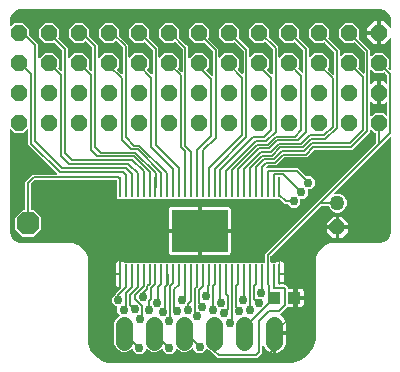
<source format=gbr>
G04 EAGLE Gerber RS-274X export*
G75*
%MOMM*%
%FSLAX34Y34*%
%LPD*%
%INTop Copper*%
%IPPOS*%
%AMOC8*
5,1,8,0,0,1.08239X$1,22.5*%
G01*
%ADD10R,0.252475X1.655431*%
%ADD11R,4.700000X3.610000*%
%ADD12P,1.539592X8X22.500000*%
%ADD13C,1.422400*%
%ADD14R,1.100000X1.000000*%
%ADD15P,1.374635X8X292.500000*%
%ADD16C,1.270000*%
%ADD17P,2.089446X8X22.500000*%
%ADD18C,0.152400*%
%ADD19C,0.756400*%

G36*
X165122Y2290D02*
X165122Y2290D01*
X165160Y2289D01*
X168656Y2564D01*
X168662Y2566D01*
X168668Y2565D01*
X168832Y2599D01*
X175483Y4760D01*
X175515Y4777D01*
X175549Y4785D01*
X175695Y4868D01*
X181353Y8979D01*
X181378Y9004D01*
X181408Y9023D01*
X181521Y9147D01*
X185632Y14805D01*
X185648Y14837D01*
X185671Y14864D01*
X185740Y15017D01*
X187901Y21668D01*
X187902Y21674D01*
X187904Y21679D01*
X187936Y21844D01*
X188211Y25340D01*
X188209Y25362D01*
X188213Y25400D01*
X188213Y91881D01*
X190495Y97389D01*
X194711Y101605D01*
X200219Y103887D01*
X241300Y103887D01*
X241326Y103891D01*
X241375Y103890D01*
X243258Y104076D01*
X243285Y104083D01*
X243313Y104083D01*
X243474Y104130D01*
X246954Y105571D01*
X247009Y105606D01*
X247070Y105632D01*
X247135Y105684D01*
X247163Y105701D01*
X247175Y105716D01*
X247201Y105736D01*
X249864Y108399D01*
X249902Y108452D01*
X249948Y108499D01*
X249988Y108572D01*
X250007Y108599D01*
X250013Y108618D01*
X250029Y108646D01*
X251470Y112126D01*
X251476Y112153D01*
X251489Y112178D01*
X251524Y112342D01*
X251710Y114225D01*
X251708Y114252D01*
X251713Y114300D01*
X251713Y193048D01*
X251702Y193118D01*
X251700Y193190D01*
X251682Y193239D01*
X251674Y193290D01*
X251640Y193354D01*
X251615Y193421D01*
X251583Y193462D01*
X251558Y193508D01*
X251506Y193557D01*
X251462Y193613D01*
X251418Y193641D01*
X251380Y193677D01*
X251315Y193707D01*
X251255Y193746D01*
X251204Y193759D01*
X251157Y193781D01*
X251086Y193789D01*
X251016Y193806D01*
X250964Y193802D01*
X250913Y193808D01*
X250842Y193793D01*
X250771Y193787D01*
X250723Y193767D01*
X250672Y193756D01*
X250611Y193719D01*
X250545Y193691D01*
X250489Y193646D01*
X250461Y193629D01*
X250446Y193612D01*
X250414Y193586D01*
X242024Y185196D01*
X203443Y146615D01*
X203386Y146536D01*
X203324Y146461D01*
X203314Y146436D01*
X203299Y146415D01*
X203271Y146322D01*
X203236Y146231D01*
X203234Y146205D01*
X203227Y146180D01*
X203229Y146083D01*
X203225Y145985D01*
X203232Y145960D01*
X203233Y145934D01*
X203267Y145843D01*
X203294Y145749D01*
X203309Y145728D01*
X203318Y145703D01*
X203379Y145627D01*
X203434Y145547D01*
X203455Y145531D01*
X203471Y145511D01*
X203553Y145458D01*
X203631Y145400D01*
X203656Y145392D01*
X203678Y145378D01*
X203773Y145354D01*
X203865Y145324D01*
X203891Y145324D01*
X203917Y145318D01*
X204014Y145326D01*
X204111Y145326D01*
X204143Y145336D01*
X204162Y145337D01*
X204192Y145350D01*
X204272Y145373D01*
X204682Y145543D01*
X207814Y145543D01*
X210709Y144344D01*
X212924Y142129D01*
X214123Y139234D01*
X214123Y136102D01*
X212924Y133207D01*
X210709Y130992D01*
X207814Y129793D01*
X204682Y129793D01*
X201787Y130992D01*
X199572Y133207D01*
X198866Y134911D01*
X198805Y135011D01*
X198745Y135111D01*
X198740Y135115D01*
X198737Y135120D01*
X198647Y135195D01*
X198558Y135271D01*
X198552Y135273D01*
X198547Y135277D01*
X198439Y135319D01*
X198330Y135363D01*
X198322Y135364D01*
X198318Y135365D01*
X198299Y135366D01*
X198163Y135381D01*
X192525Y135381D01*
X192434Y135367D01*
X192344Y135359D01*
X192314Y135347D01*
X192282Y135342D01*
X192201Y135299D01*
X192117Y135263D01*
X192085Y135237D01*
X192064Y135226D01*
X192042Y135203D01*
X191986Y135158D01*
X149672Y92844D01*
X149619Y92770D01*
X149559Y92700D01*
X149547Y92670D01*
X149528Y92644D01*
X149501Y92557D01*
X149467Y92472D01*
X149463Y92431D01*
X149456Y92409D01*
X149457Y92377D01*
X149449Y92305D01*
X149449Y88109D01*
X149452Y88090D01*
X149450Y88070D01*
X149472Y87969D01*
X149488Y87867D01*
X149498Y87849D01*
X149502Y87829D01*
X149555Y87740D01*
X149604Y87649D01*
X149618Y87635D01*
X149628Y87618D01*
X149707Y87551D01*
X149782Y87480D01*
X149800Y87471D01*
X149815Y87458D01*
X149911Y87420D01*
X150005Y87376D01*
X150025Y87374D01*
X150043Y87367D01*
X150210Y87348D01*
X153516Y87348D01*
X153606Y87363D01*
X153697Y87370D01*
X153727Y87383D01*
X153759Y87388D01*
X153839Y87431D01*
X153923Y87466D01*
X153955Y87492D01*
X153976Y87503D01*
X153998Y87526D01*
X154054Y87571D01*
X154340Y87856D01*
X154919Y88191D01*
X155565Y88364D01*
X156401Y88364D01*
X156401Y77546D01*
X156401Y68910D01*
X156404Y68890D01*
X156402Y68871D01*
X156424Y68769D01*
X156440Y68667D01*
X156450Y68650D01*
X156454Y68630D01*
X156507Y68541D01*
X156555Y68450D01*
X156570Y68436D01*
X156580Y68419D01*
X156659Y68352D01*
X156734Y68281D01*
X156752Y68272D01*
X156767Y68259D01*
X156863Y68221D01*
X156957Y68177D01*
X156977Y68175D01*
X156995Y68167D01*
X157162Y68149D01*
X157182Y68152D01*
X157201Y68150D01*
X157202Y68150D01*
X157303Y68172D01*
X157405Y68189D01*
X157422Y68198D01*
X157442Y68202D01*
X157531Y68255D01*
X157622Y68304D01*
X157636Y68318D01*
X157653Y68328D01*
X157720Y68407D01*
X157792Y68482D01*
X157800Y68500D01*
X157813Y68515D01*
X157852Y68611D01*
X157895Y68705D01*
X157897Y68725D01*
X157905Y68743D01*
X157923Y68910D01*
X157923Y76785D01*
X160965Y76785D01*
X160965Y68910D01*
X160968Y68890D01*
X160966Y68871D01*
X160988Y68769D01*
X161005Y68667D01*
X161014Y68650D01*
X161018Y68630D01*
X161072Y68541D01*
X161120Y68450D01*
X161134Y68436D01*
X161145Y68419D01*
X161223Y68352D01*
X161298Y68281D01*
X161316Y68272D01*
X161331Y68259D01*
X161428Y68221D01*
X161521Y68177D01*
X161541Y68175D01*
X161560Y68167D01*
X161726Y68149D01*
X162415Y68149D01*
X164085Y66479D01*
X164085Y65960D01*
X164088Y65940D01*
X164086Y65921D01*
X164108Y65819D01*
X164124Y65717D01*
X164134Y65700D01*
X164138Y65680D01*
X164191Y65591D01*
X164240Y65500D01*
X164254Y65486D01*
X164264Y65469D01*
X164343Y65402D01*
X164418Y65330D01*
X164436Y65322D01*
X164451Y65309D01*
X164547Y65270D01*
X164641Y65227D01*
X164661Y65225D01*
X164679Y65217D01*
X164846Y65199D01*
X168267Y65199D01*
X168267Y58420D01*
X168270Y58400D01*
X168268Y58381D01*
X168290Y58279D01*
X168307Y58177D01*
X168316Y58160D01*
X168320Y58140D01*
X168373Y58051D01*
X168422Y57960D01*
X168436Y57946D01*
X168446Y57929D01*
X168525Y57862D01*
X168600Y57791D01*
X168618Y57782D01*
X168633Y57769D01*
X168729Y57730D01*
X168823Y57687D01*
X168843Y57685D01*
X168861Y57677D01*
X169028Y57659D01*
X169791Y57659D01*
X169791Y57657D01*
X169028Y57657D01*
X169008Y57654D01*
X168989Y57656D01*
X168887Y57634D01*
X168785Y57617D01*
X168768Y57608D01*
X168748Y57604D01*
X168659Y57551D01*
X168568Y57502D01*
X168554Y57488D01*
X168537Y57478D01*
X168470Y57399D01*
X168399Y57324D01*
X168390Y57306D01*
X168377Y57291D01*
X168338Y57195D01*
X168295Y57101D01*
X168293Y57081D01*
X168285Y57063D01*
X168267Y56896D01*
X168267Y50117D01*
X164156Y50117D01*
X164066Y50103D01*
X163975Y50095D01*
X163946Y50083D01*
X163914Y50078D01*
X163833Y50035D01*
X163749Y49999D01*
X163717Y49973D01*
X163696Y49962D01*
X163674Y49939D01*
X163618Y49894D01*
X159482Y45758D01*
X157908Y44185D01*
X157862Y44120D01*
X157808Y44061D01*
X157791Y44021D01*
X157765Y43985D01*
X157741Y43909D01*
X157709Y43836D01*
X157706Y43792D01*
X157693Y43750D01*
X157695Y43670D01*
X157687Y43591D01*
X157698Y43548D01*
X157699Y43504D01*
X157726Y43429D01*
X157745Y43352D01*
X157768Y43314D01*
X157783Y43273D01*
X157833Y43211D01*
X157875Y43143D01*
X157919Y43104D01*
X157937Y43081D01*
X157960Y43066D01*
X157999Y43030D01*
X159196Y42161D01*
X160271Y41086D01*
X161164Y39857D01*
X161854Y38503D01*
X162323Y37058D01*
X162561Y35558D01*
X162561Y29209D01*
X153670Y29209D01*
X153650Y29206D01*
X153631Y29208D01*
X153529Y29186D01*
X153427Y29169D01*
X153410Y29160D01*
X153390Y29156D01*
X153301Y29103D01*
X153210Y29054D01*
X153196Y29040D01*
X153179Y29030D01*
X153112Y28951D01*
X153041Y28876D01*
X153032Y28858D01*
X153019Y28843D01*
X152981Y28747D01*
X152937Y28653D01*
X152935Y28633D01*
X152927Y28615D01*
X152909Y28448D01*
X152909Y27685D01*
X152146Y27685D01*
X152126Y27682D01*
X152107Y27684D01*
X152005Y27662D01*
X151903Y27645D01*
X151886Y27636D01*
X151866Y27632D01*
X151777Y27579D01*
X151686Y27530D01*
X151672Y27516D01*
X151655Y27506D01*
X151588Y27427D01*
X151517Y27352D01*
X151508Y27334D01*
X151495Y27319D01*
X151456Y27223D01*
X151413Y27129D01*
X151411Y27109D01*
X151403Y27091D01*
X151385Y26924D01*
X151385Y11042D01*
X150648Y11159D01*
X149203Y11628D01*
X147849Y12318D01*
X146620Y13211D01*
X145545Y14286D01*
X144652Y15515D01*
X143935Y16922D01*
X143901Y16969D01*
X143870Y17029D01*
X143866Y17034D01*
X143862Y17040D01*
X143817Y17082D01*
X143790Y17120D01*
X143747Y17150D01*
X143695Y17201D01*
X143689Y17204D01*
X143684Y17209D01*
X143623Y17237D01*
X143588Y17262D01*
X143544Y17275D01*
X143474Y17309D01*
X143467Y17310D01*
X143461Y17313D01*
X143390Y17321D01*
X143353Y17332D01*
X143310Y17330D01*
X143230Y17340D01*
X143223Y17339D01*
X143217Y17340D01*
X143144Y17324D01*
X143107Y17323D01*
X143069Y17308D01*
X142989Y17292D01*
X142983Y17289D01*
X142976Y17288D01*
X142912Y17249D01*
X142877Y17236D01*
X142845Y17210D01*
X142775Y17170D01*
X142771Y17165D01*
X142765Y17161D01*
X142717Y17106D01*
X142686Y17080D01*
X142663Y17043D01*
X142612Y16986D01*
X142610Y16980D01*
X142605Y16974D01*
X142579Y16909D01*
X142555Y16872D01*
X142544Y16825D01*
X142516Y16759D01*
X142516Y16753D01*
X142513Y16746D01*
X142503Y16654D01*
X142498Y16633D01*
X142499Y16619D01*
X142495Y16580D01*
X142495Y10483D01*
X138615Y6603D01*
X104717Y6603D01*
X99821Y11499D01*
X99821Y11664D01*
X99802Y11779D01*
X99785Y11895D01*
X99783Y11901D01*
X99782Y11907D01*
X99727Y12010D01*
X99674Y12114D01*
X99669Y12119D01*
X99666Y12124D01*
X99582Y12204D01*
X99498Y12287D01*
X99492Y12290D01*
X99488Y12294D01*
X99471Y12302D01*
X99351Y12368D01*
X97216Y13252D01*
X96268Y14200D01*
X96210Y14241D01*
X96158Y14291D01*
X96111Y14313D01*
X96069Y14343D01*
X96000Y14364D01*
X95935Y14394D01*
X95883Y14400D01*
X95833Y14415D01*
X95762Y14414D01*
X95691Y14421D01*
X95640Y14410D01*
X95588Y14409D01*
X95520Y14384D01*
X95450Y14369D01*
X95405Y14343D01*
X95357Y14325D01*
X95301Y14280D01*
X95239Y14243D01*
X95205Y14203D01*
X95165Y14171D01*
X95126Y14111D01*
X95079Y14056D01*
X95060Y14008D01*
X95032Y13964D01*
X95014Y13895D01*
X94987Y13828D01*
X94979Y13757D01*
X94971Y13726D01*
X94973Y13702D01*
X94969Y13661D01*
X94969Y13550D01*
X91860Y10441D01*
X87464Y10441D01*
X84355Y13550D01*
X84355Y14169D01*
X84344Y14240D01*
X84342Y14312D01*
X84324Y14361D01*
X84316Y14412D01*
X84282Y14475D01*
X84257Y14543D01*
X84225Y14583D01*
X84200Y14629D01*
X84148Y14679D01*
X84104Y14735D01*
X84060Y14763D01*
X84022Y14799D01*
X83957Y14829D01*
X83897Y14868D01*
X83846Y14880D01*
X83799Y14902D01*
X83728Y14910D01*
X83658Y14928D01*
X83606Y14924D01*
X83555Y14929D01*
X83484Y14914D01*
X83413Y14909D01*
X83365Y14888D01*
X83314Y14877D01*
X83253Y14840D01*
X83187Y14812D01*
X83131Y14768D01*
X83103Y14751D01*
X83088Y14733D01*
X83056Y14708D01*
X81600Y13252D01*
X78426Y11937D01*
X74990Y11937D01*
X71816Y13252D01*
X70614Y14454D01*
X70556Y14495D01*
X70504Y14545D01*
X70457Y14567D01*
X70415Y14597D01*
X70346Y14618D01*
X70281Y14648D01*
X70229Y14654D01*
X70179Y14669D01*
X70108Y14668D01*
X70037Y14675D01*
X69986Y14664D01*
X69934Y14663D01*
X69866Y14638D01*
X69796Y14623D01*
X69751Y14597D01*
X69703Y14579D01*
X69647Y14534D01*
X69585Y14497D01*
X69551Y14457D01*
X69511Y14425D01*
X69472Y14365D01*
X69425Y14310D01*
X69406Y14262D01*
X69378Y14218D01*
X69360Y14149D01*
X69333Y14082D01*
X69325Y14011D01*
X69317Y13979D01*
X69319Y13956D01*
X69315Y13915D01*
X69315Y13042D01*
X66206Y9933D01*
X61810Y9933D01*
X58701Y13042D01*
X58701Y13915D01*
X58690Y13986D01*
X58688Y14058D01*
X58670Y14107D01*
X58662Y14158D01*
X58628Y14221D01*
X58603Y14289D01*
X58571Y14329D01*
X58546Y14375D01*
X58494Y14425D01*
X58450Y14481D01*
X58406Y14509D01*
X58368Y14545D01*
X58303Y14575D01*
X58243Y14614D01*
X58192Y14626D01*
X58145Y14648D01*
X58074Y14656D01*
X58004Y14674D01*
X57952Y14670D01*
X57901Y14675D01*
X57830Y14660D01*
X57759Y14655D01*
X57711Y14634D01*
X57660Y14623D01*
X57599Y14586D01*
X57533Y14558D01*
X57477Y14514D01*
X57449Y14497D01*
X57434Y14479D01*
X57402Y14454D01*
X56200Y13252D01*
X53026Y11937D01*
X49590Y11937D01*
X46416Y13252D01*
X45214Y14454D01*
X45156Y14495D01*
X45104Y14545D01*
X45057Y14567D01*
X45015Y14597D01*
X44946Y14618D01*
X44881Y14648D01*
X44829Y14654D01*
X44779Y14669D01*
X44708Y14668D01*
X44637Y14675D01*
X44586Y14664D01*
X44534Y14663D01*
X44466Y14638D01*
X44396Y14623D01*
X44351Y14597D01*
X44303Y14579D01*
X44247Y14534D01*
X44185Y14497D01*
X44151Y14457D01*
X44111Y14425D01*
X44072Y14365D01*
X44025Y14310D01*
X44006Y14262D01*
X43978Y14218D01*
X43960Y14149D01*
X43933Y14082D01*
X43925Y14011D01*
X43917Y13979D01*
X43919Y13956D01*
X43915Y13915D01*
X43915Y12788D01*
X40806Y9679D01*
X36410Y9679D01*
X33301Y12788D01*
X33301Y13915D01*
X33290Y13986D01*
X33288Y14058D01*
X33270Y14107D01*
X33262Y14158D01*
X33228Y14221D01*
X33203Y14289D01*
X33171Y14329D01*
X33146Y14375D01*
X33094Y14425D01*
X33050Y14481D01*
X33006Y14509D01*
X32968Y14545D01*
X32903Y14575D01*
X32843Y14614D01*
X32792Y14626D01*
X32745Y14648D01*
X32674Y14656D01*
X32604Y14674D01*
X32552Y14670D01*
X32501Y14675D01*
X32430Y14660D01*
X32359Y14655D01*
X32311Y14634D01*
X32260Y14623D01*
X32199Y14586D01*
X32133Y14558D01*
X32077Y14514D01*
X32049Y14497D01*
X32034Y14479D01*
X32002Y14454D01*
X30800Y13252D01*
X27626Y11937D01*
X24190Y11937D01*
X21016Y13252D01*
X18586Y15682D01*
X17271Y18856D01*
X17271Y36516D01*
X18586Y39690D01*
X21016Y42120D01*
X21380Y42271D01*
X21419Y42295D01*
X21462Y42311D01*
X21523Y42359D01*
X21589Y42400D01*
X21618Y42436D01*
X21654Y42464D01*
X21696Y42530D01*
X21746Y42590D01*
X21762Y42633D01*
X21787Y42671D01*
X21806Y42747D01*
X21834Y42819D01*
X21836Y42865D01*
X21847Y42910D01*
X21841Y42987D01*
X21844Y43065D01*
X21832Y43109D01*
X21828Y43155D01*
X21798Y43226D01*
X21776Y43301D01*
X21750Y43339D01*
X21732Y43381D01*
X21646Y43488D01*
X21636Y43503D01*
X21632Y43506D01*
X21627Y43512D01*
X19839Y45300D01*
X19839Y49558D01*
X19836Y49578D01*
X19838Y49597D01*
X19816Y49699D01*
X19800Y49801D01*
X19790Y49818D01*
X19786Y49838D01*
X19733Y49927D01*
X19684Y50018D01*
X19670Y50032D01*
X19660Y50049D01*
X19581Y50116D01*
X19506Y50188D01*
X19488Y50196D01*
X19473Y50209D01*
X19377Y50248D01*
X19283Y50291D01*
X19263Y50293D01*
X19245Y50301D01*
X19078Y50319D01*
X18376Y50319D01*
X15267Y53428D01*
X15267Y57824D01*
X18415Y60972D01*
X18418Y60972D01*
X18499Y61015D01*
X18583Y61051D01*
X18615Y61077D01*
X18635Y61088D01*
X18658Y61111D01*
X18714Y61156D01*
X19834Y62276D01*
X22987Y65429D01*
X23028Y65487D01*
X23078Y65539D01*
X23100Y65586D01*
X23130Y65628D01*
X23151Y65697D01*
X23181Y65762D01*
X23187Y65814D01*
X23203Y65864D01*
X23201Y65935D01*
X23209Y66006D01*
X23198Y66057D01*
X23196Y66109D01*
X23172Y66177D01*
X23156Y66247D01*
X23130Y66291D01*
X23112Y66340D01*
X23067Y66396D01*
X23030Y66458D01*
X22991Y66492D01*
X22958Y66532D01*
X22923Y66555D01*
X22923Y77546D01*
X22923Y88364D01*
X23759Y88364D01*
X24405Y88191D01*
X24984Y87856D01*
X25270Y87571D01*
X25344Y87518D01*
X25413Y87458D01*
X25443Y87446D01*
X25470Y87427D01*
X25557Y87401D01*
X25641Y87367D01*
X25682Y87362D01*
X25705Y87355D01*
X25737Y87356D01*
X25808Y87348D01*
X29056Y87348D01*
X29124Y87280D01*
X29140Y87269D01*
X29152Y87253D01*
X29239Y87197D01*
X29323Y87137D01*
X29342Y87131D01*
X29359Y87120D01*
X29460Y87095D01*
X29558Y87064D01*
X29578Y87065D01*
X29598Y87060D01*
X29701Y87068D01*
X29804Y87071D01*
X29823Y87078D01*
X29843Y87079D01*
X29938Y87120D01*
X30035Y87155D01*
X30051Y87168D01*
X30069Y87175D01*
X30200Y87280D01*
X30268Y87348D01*
X34056Y87348D01*
X34124Y87280D01*
X34140Y87269D01*
X34152Y87253D01*
X34239Y87197D01*
X34323Y87137D01*
X34342Y87131D01*
X34359Y87120D01*
X34460Y87095D01*
X34558Y87064D01*
X34578Y87065D01*
X34598Y87060D01*
X34701Y87068D01*
X34804Y87071D01*
X34823Y87078D01*
X34843Y87079D01*
X34938Y87120D01*
X35035Y87155D01*
X35051Y87168D01*
X35069Y87175D01*
X35200Y87280D01*
X35268Y87348D01*
X39056Y87348D01*
X39124Y87280D01*
X39140Y87269D01*
X39152Y87253D01*
X39239Y87197D01*
X39323Y87137D01*
X39342Y87131D01*
X39359Y87120D01*
X39460Y87095D01*
X39558Y87064D01*
X39578Y87065D01*
X39598Y87060D01*
X39701Y87068D01*
X39804Y87071D01*
X39823Y87078D01*
X39843Y87079D01*
X39938Y87120D01*
X40035Y87155D01*
X40051Y87168D01*
X40069Y87175D01*
X40200Y87280D01*
X40268Y87348D01*
X44056Y87348D01*
X44124Y87280D01*
X44140Y87269D01*
X44152Y87253D01*
X44239Y87197D01*
X44323Y87137D01*
X44342Y87131D01*
X44359Y87120D01*
X44460Y87095D01*
X44558Y87064D01*
X44578Y87065D01*
X44598Y87060D01*
X44701Y87068D01*
X44804Y87071D01*
X44823Y87078D01*
X44843Y87079D01*
X44938Y87120D01*
X45035Y87155D01*
X45051Y87168D01*
X45069Y87175D01*
X45200Y87280D01*
X45268Y87348D01*
X49056Y87348D01*
X49124Y87280D01*
X49140Y87269D01*
X49152Y87253D01*
X49239Y87197D01*
X49323Y87137D01*
X49342Y87131D01*
X49359Y87120D01*
X49460Y87095D01*
X49558Y87064D01*
X49578Y87065D01*
X49598Y87060D01*
X49701Y87068D01*
X49804Y87071D01*
X49823Y87078D01*
X49843Y87079D01*
X49938Y87120D01*
X50035Y87155D01*
X50051Y87168D01*
X50069Y87175D01*
X50200Y87280D01*
X50268Y87348D01*
X54056Y87348D01*
X54124Y87280D01*
X54140Y87269D01*
X54152Y87253D01*
X54239Y87197D01*
X54323Y87137D01*
X54342Y87131D01*
X54359Y87120D01*
X54460Y87095D01*
X54558Y87064D01*
X54578Y87065D01*
X54598Y87060D01*
X54701Y87068D01*
X54804Y87071D01*
X54823Y87078D01*
X54843Y87079D01*
X54938Y87120D01*
X55035Y87155D01*
X55051Y87168D01*
X55069Y87175D01*
X55200Y87280D01*
X55268Y87348D01*
X59056Y87348D01*
X59124Y87280D01*
X59140Y87269D01*
X59152Y87253D01*
X59239Y87197D01*
X59323Y87137D01*
X59342Y87131D01*
X59359Y87120D01*
X59460Y87095D01*
X59558Y87064D01*
X59578Y87065D01*
X59598Y87060D01*
X59701Y87068D01*
X59804Y87071D01*
X59823Y87078D01*
X59843Y87079D01*
X59938Y87120D01*
X60035Y87155D01*
X60051Y87168D01*
X60069Y87175D01*
X60200Y87280D01*
X60268Y87348D01*
X64056Y87348D01*
X64124Y87280D01*
X64140Y87269D01*
X64152Y87253D01*
X64239Y87197D01*
X64323Y87137D01*
X64342Y87131D01*
X64359Y87120D01*
X64460Y87095D01*
X64558Y87064D01*
X64578Y87065D01*
X64598Y87060D01*
X64701Y87068D01*
X64804Y87071D01*
X64823Y87078D01*
X64843Y87079D01*
X64938Y87120D01*
X65035Y87155D01*
X65051Y87168D01*
X65069Y87175D01*
X65200Y87280D01*
X65268Y87348D01*
X69056Y87348D01*
X69124Y87280D01*
X69140Y87269D01*
X69152Y87253D01*
X69239Y87197D01*
X69323Y87137D01*
X69342Y87131D01*
X69359Y87120D01*
X69460Y87095D01*
X69558Y87064D01*
X69578Y87065D01*
X69598Y87060D01*
X69701Y87068D01*
X69804Y87071D01*
X69823Y87078D01*
X69843Y87079D01*
X69938Y87120D01*
X70035Y87155D01*
X70051Y87168D01*
X70069Y87175D01*
X70200Y87280D01*
X70268Y87348D01*
X74056Y87348D01*
X74124Y87280D01*
X74140Y87269D01*
X74152Y87253D01*
X74240Y87197D01*
X74323Y87137D01*
X74342Y87131D01*
X74359Y87120D01*
X74460Y87095D01*
X74559Y87064D01*
X74579Y87065D01*
X74598Y87060D01*
X74701Y87068D01*
X74804Y87071D01*
X74823Y87078D01*
X74843Y87079D01*
X74938Y87120D01*
X75035Y87155D01*
X75051Y87168D01*
X75069Y87175D01*
X75200Y87280D01*
X75268Y87348D01*
X79056Y87348D01*
X79124Y87280D01*
X79140Y87269D01*
X79152Y87253D01*
X79239Y87197D01*
X79323Y87137D01*
X79342Y87131D01*
X79359Y87120D01*
X79460Y87095D01*
X79558Y87064D01*
X79578Y87065D01*
X79598Y87060D01*
X79701Y87068D01*
X79804Y87071D01*
X79823Y87078D01*
X79843Y87079D01*
X79938Y87120D01*
X80035Y87155D01*
X80051Y87168D01*
X80069Y87175D01*
X80200Y87280D01*
X80268Y87348D01*
X84056Y87348D01*
X84124Y87280D01*
X84140Y87269D01*
X84152Y87253D01*
X84239Y87197D01*
X84323Y87137D01*
X84342Y87131D01*
X84359Y87120D01*
X84460Y87095D01*
X84558Y87064D01*
X84578Y87065D01*
X84598Y87060D01*
X84701Y87068D01*
X84804Y87071D01*
X84823Y87078D01*
X84843Y87079D01*
X84938Y87120D01*
X85035Y87155D01*
X85051Y87168D01*
X85069Y87175D01*
X85200Y87280D01*
X85268Y87348D01*
X89056Y87348D01*
X89124Y87280D01*
X89140Y87269D01*
X89152Y87253D01*
X89239Y87197D01*
X89323Y87137D01*
X89342Y87131D01*
X89359Y87120D01*
X89460Y87095D01*
X89558Y87064D01*
X89578Y87065D01*
X89598Y87060D01*
X89701Y87068D01*
X89804Y87071D01*
X89823Y87078D01*
X89843Y87079D01*
X89938Y87120D01*
X90035Y87155D01*
X90051Y87168D01*
X90069Y87175D01*
X90200Y87280D01*
X90268Y87348D01*
X94056Y87348D01*
X94124Y87280D01*
X94140Y87269D01*
X94152Y87253D01*
X94239Y87197D01*
X94323Y87137D01*
X94342Y87131D01*
X94359Y87120D01*
X94460Y87095D01*
X94558Y87064D01*
X94578Y87065D01*
X94598Y87060D01*
X94701Y87068D01*
X94804Y87071D01*
X94823Y87078D01*
X94843Y87079D01*
X94938Y87120D01*
X95035Y87155D01*
X95051Y87168D01*
X95069Y87175D01*
X95200Y87280D01*
X95268Y87348D01*
X99056Y87348D01*
X99124Y87280D01*
X99140Y87269D01*
X99152Y87253D01*
X99239Y87197D01*
X99323Y87137D01*
X99342Y87131D01*
X99359Y87120D01*
X99460Y87095D01*
X99558Y87064D01*
X99578Y87065D01*
X99598Y87060D01*
X99701Y87068D01*
X99804Y87071D01*
X99823Y87078D01*
X99843Y87079D01*
X99938Y87120D01*
X100035Y87155D01*
X100051Y87168D01*
X100069Y87175D01*
X100200Y87280D01*
X100268Y87348D01*
X104056Y87348D01*
X104124Y87280D01*
X104140Y87269D01*
X104152Y87253D01*
X104239Y87197D01*
X104323Y87137D01*
X104342Y87131D01*
X104359Y87120D01*
X104460Y87095D01*
X104558Y87064D01*
X104578Y87065D01*
X104598Y87060D01*
X104701Y87068D01*
X104804Y87071D01*
X104823Y87078D01*
X104843Y87079D01*
X104938Y87120D01*
X105035Y87155D01*
X105051Y87168D01*
X105069Y87175D01*
X105200Y87280D01*
X105268Y87348D01*
X109056Y87348D01*
X109124Y87280D01*
X109140Y87269D01*
X109152Y87253D01*
X109239Y87197D01*
X109323Y87137D01*
X109342Y87131D01*
X109359Y87120D01*
X109460Y87095D01*
X109558Y87064D01*
X109578Y87065D01*
X109598Y87060D01*
X109701Y87068D01*
X109804Y87071D01*
X109823Y87078D01*
X109843Y87079D01*
X109938Y87120D01*
X110035Y87155D01*
X110051Y87168D01*
X110069Y87175D01*
X110200Y87280D01*
X110268Y87348D01*
X114056Y87348D01*
X114124Y87280D01*
X114140Y87269D01*
X114152Y87253D01*
X114239Y87197D01*
X114323Y87137D01*
X114342Y87131D01*
X114359Y87120D01*
X114460Y87095D01*
X114558Y87064D01*
X114578Y87065D01*
X114598Y87060D01*
X114701Y87068D01*
X114804Y87071D01*
X114823Y87078D01*
X114843Y87079D01*
X114938Y87120D01*
X115035Y87155D01*
X115051Y87168D01*
X115069Y87175D01*
X115200Y87280D01*
X115268Y87348D01*
X119056Y87348D01*
X119124Y87280D01*
X119140Y87269D01*
X119152Y87253D01*
X119239Y87197D01*
X119323Y87137D01*
X119342Y87131D01*
X119359Y87120D01*
X119460Y87095D01*
X119558Y87064D01*
X119578Y87065D01*
X119598Y87060D01*
X119701Y87068D01*
X119804Y87071D01*
X119823Y87078D01*
X119843Y87079D01*
X119938Y87120D01*
X120035Y87155D01*
X120051Y87168D01*
X120069Y87175D01*
X120200Y87280D01*
X120268Y87348D01*
X124056Y87348D01*
X124124Y87280D01*
X124140Y87269D01*
X124152Y87253D01*
X124239Y87197D01*
X124323Y87137D01*
X124342Y87131D01*
X124359Y87120D01*
X124460Y87095D01*
X124558Y87064D01*
X124578Y87065D01*
X124598Y87060D01*
X124701Y87068D01*
X124804Y87071D01*
X124823Y87078D01*
X124843Y87079D01*
X124938Y87120D01*
X125035Y87155D01*
X125051Y87168D01*
X125069Y87175D01*
X125200Y87280D01*
X125268Y87348D01*
X129056Y87348D01*
X129124Y87280D01*
X129140Y87269D01*
X129152Y87253D01*
X129239Y87197D01*
X129323Y87137D01*
X129342Y87131D01*
X129359Y87120D01*
X129460Y87095D01*
X129558Y87064D01*
X129578Y87065D01*
X129598Y87060D01*
X129701Y87068D01*
X129804Y87071D01*
X129823Y87078D01*
X129843Y87079D01*
X129938Y87120D01*
X130035Y87155D01*
X130051Y87168D01*
X130069Y87175D01*
X130200Y87280D01*
X130268Y87348D01*
X134056Y87348D01*
X134124Y87280D01*
X134140Y87269D01*
X134152Y87253D01*
X134239Y87197D01*
X134323Y87137D01*
X134342Y87131D01*
X134359Y87120D01*
X134460Y87095D01*
X134558Y87064D01*
X134578Y87065D01*
X134598Y87060D01*
X134701Y87068D01*
X134804Y87071D01*
X134823Y87078D01*
X134843Y87079D01*
X134938Y87120D01*
X135035Y87155D01*
X135051Y87168D01*
X135069Y87175D01*
X135200Y87280D01*
X135268Y87348D01*
X139056Y87348D01*
X139124Y87280D01*
X139140Y87269D01*
X139152Y87253D01*
X139239Y87197D01*
X139323Y87137D01*
X139342Y87131D01*
X139359Y87120D01*
X139460Y87095D01*
X139558Y87064D01*
X139578Y87065D01*
X139598Y87060D01*
X139701Y87068D01*
X139804Y87071D01*
X139823Y87078D01*
X139843Y87079D01*
X139938Y87120D01*
X140035Y87155D01*
X140051Y87168D01*
X140069Y87175D01*
X140200Y87280D01*
X140268Y87348D01*
X144114Y87348D01*
X144134Y87351D01*
X144153Y87349D01*
X144255Y87371D01*
X144357Y87388D01*
X144374Y87397D01*
X144394Y87401D01*
X144483Y87455D01*
X144574Y87503D01*
X144588Y87517D01*
X144605Y87528D01*
X144672Y87606D01*
X144744Y87681D01*
X144752Y87699D01*
X144765Y87714D01*
X144804Y87811D01*
X144847Y87904D01*
X144849Y87924D01*
X144857Y87943D01*
X144875Y88109D01*
X144875Y94515D01*
X238790Y188430D01*
X238843Y188504D01*
X238903Y188574D01*
X238915Y188604D01*
X238934Y188630D01*
X238961Y188717D01*
X238995Y188802D01*
X238999Y188843D01*
X239006Y188865D01*
X239005Y188897D01*
X239013Y188969D01*
X239013Y196342D01*
X239010Y196362D01*
X239012Y196381D01*
X238990Y196483D01*
X238974Y196585D01*
X238964Y196602D01*
X238960Y196622D01*
X238907Y196711D01*
X238858Y196802D01*
X238844Y196816D01*
X238834Y196833D01*
X238755Y196900D01*
X238680Y196972D01*
X238662Y196980D01*
X238647Y196993D01*
X238551Y197032D01*
X238457Y197075D01*
X238437Y197077D01*
X238419Y197085D01*
X238252Y197103D01*
X237723Y197103D01*
X235234Y199592D01*
X235176Y199633D01*
X235124Y199683D01*
X235077Y199705D01*
X235035Y199735D01*
X234966Y199756D01*
X234901Y199786D01*
X234849Y199792D01*
X234799Y199807D01*
X234728Y199806D01*
X234657Y199814D01*
X234606Y199802D01*
X234554Y199801D01*
X234486Y199776D01*
X234416Y199761D01*
X234371Y199735D01*
X234323Y199717D01*
X234267Y199672D01*
X234205Y199635D01*
X234171Y199596D01*
X234131Y199563D01*
X234092Y199503D01*
X234045Y199448D01*
X234026Y199400D01*
X233998Y199356D01*
X233980Y199287D01*
X233953Y199220D01*
X233945Y199149D01*
X233937Y199118D01*
X233939Y199094D01*
X233935Y199053D01*
X233935Y198196D01*
X218872Y183133D01*
X187168Y183133D01*
X187078Y183119D01*
X186987Y183111D01*
X186957Y183099D01*
X186925Y183094D01*
X186845Y183051D01*
X186761Y183015D01*
X186729Y182989D01*
X186708Y182978D01*
X186686Y182955D01*
X186630Y182910D01*
X180249Y176529D01*
X161492Y176529D01*
X161402Y176515D01*
X161311Y176507D01*
X161281Y176495D01*
X161249Y176490D01*
X161168Y176447D01*
X161085Y176411D01*
X161052Y176385D01*
X161032Y176374D01*
X161010Y176351D01*
X160954Y176306D01*
X154319Y169671D01*
X147313Y169671D01*
X147223Y169657D01*
X147132Y169649D01*
X147102Y169637D01*
X147070Y169632D01*
X146989Y169589D01*
X146905Y169553D01*
X146873Y169527D01*
X146852Y169516D01*
X146830Y169493D01*
X146774Y169448D01*
X146012Y168686D01*
X145970Y168628D01*
X145921Y168576D01*
X145899Y168529D01*
X145869Y168487D01*
X145848Y168418D01*
X145817Y168353D01*
X145812Y168301D01*
X145796Y168251D01*
X145798Y168180D01*
X145790Y168109D01*
X145801Y168058D01*
X145803Y168006D01*
X145827Y167938D01*
X145842Y167868D01*
X145869Y167823D01*
X145887Y167775D01*
X145932Y167719D01*
X145969Y167657D01*
X146008Y167623D01*
X146041Y167583D01*
X146101Y167544D01*
X146156Y167497D01*
X146204Y167478D01*
X146248Y167450D01*
X146317Y167432D01*
X146384Y167405D01*
X146455Y167397D01*
X146486Y167389D01*
X146510Y167391D01*
X146550Y167387D01*
X172878Y167387D01*
X179568Y160696D01*
X179642Y160643D01*
X179712Y160584D01*
X179742Y160572D01*
X179768Y160553D01*
X179855Y160526D01*
X179940Y160492D01*
X179981Y160487D01*
X180003Y160481D01*
X180035Y160481D01*
X180107Y160473D01*
X183781Y160473D01*
X186889Y157365D01*
X186889Y152969D01*
X183781Y149860D01*
X181836Y149860D01*
X181816Y149857D01*
X181797Y149859D01*
X181695Y149837D01*
X181593Y149820D01*
X181576Y149811D01*
X181556Y149807D01*
X181467Y149754D01*
X181376Y149705D01*
X181362Y149691D01*
X181345Y149681D01*
X181278Y149602D01*
X181206Y149527D01*
X181198Y149509D01*
X181185Y149494D01*
X181146Y149397D01*
X181103Y149304D01*
X181101Y149284D01*
X181093Y149265D01*
X181075Y149099D01*
X181075Y144614D01*
X177966Y141505D01*
X175232Y141505D01*
X175212Y141502D01*
X175193Y141504D01*
X175091Y141482D01*
X174989Y141466D01*
X174972Y141456D01*
X174952Y141452D01*
X174863Y141399D01*
X174772Y141350D01*
X174758Y141336D01*
X174741Y141326D01*
X174674Y141247D01*
X174602Y141172D01*
X174594Y141154D01*
X174581Y141139D01*
X174542Y141043D01*
X174499Y140949D01*
X174497Y140929D01*
X174489Y140911D01*
X174471Y140744D01*
X174471Y136994D01*
X171362Y133885D01*
X166966Y133885D01*
X164169Y136682D01*
X164095Y136735D01*
X164025Y136795D01*
X163995Y136807D01*
X163969Y136826D01*
X163882Y136853D01*
X163797Y136887D01*
X163756Y136891D01*
X163734Y136898D01*
X163702Y136897D01*
X163631Y136905D01*
X161359Y136905D01*
X157235Y141029D01*
X157161Y141082D01*
X157092Y141142D01*
X157062Y141154D01*
X157035Y141173D01*
X156948Y141199D01*
X156864Y141233D01*
X156823Y141238D01*
X156800Y141245D01*
X156768Y141244D01*
X156697Y141252D01*
X155268Y141252D01*
X155200Y141320D01*
X155184Y141331D01*
X155172Y141347D01*
X155085Y141403D01*
X155001Y141463D01*
X154982Y141469D01*
X154965Y141480D01*
X154864Y141505D01*
X154766Y141536D01*
X154746Y141535D01*
X154726Y141540D01*
X154623Y141532D01*
X154520Y141529D01*
X154501Y141522D01*
X154481Y141521D01*
X154386Y141480D01*
X154289Y141445D01*
X154273Y141432D01*
X154255Y141425D01*
X154124Y141320D01*
X154056Y141252D01*
X150268Y141252D01*
X150200Y141320D01*
X150184Y141331D01*
X150172Y141347D01*
X150085Y141403D01*
X150001Y141463D01*
X149982Y141469D01*
X149965Y141480D01*
X149864Y141505D01*
X149766Y141536D01*
X149746Y141535D01*
X149726Y141540D01*
X149623Y141532D01*
X149520Y141529D01*
X149501Y141522D01*
X149481Y141521D01*
X149386Y141480D01*
X149289Y141445D01*
X149273Y141432D01*
X149255Y141425D01*
X149124Y141320D01*
X149056Y141252D01*
X145268Y141252D01*
X145200Y141320D01*
X145184Y141331D01*
X145172Y141347D01*
X145085Y141403D01*
X145001Y141463D01*
X144982Y141469D01*
X144965Y141480D01*
X144864Y141505D01*
X144766Y141536D01*
X144746Y141535D01*
X144726Y141540D01*
X144623Y141532D01*
X144520Y141529D01*
X144501Y141522D01*
X144481Y141521D01*
X144386Y141480D01*
X144289Y141445D01*
X144273Y141432D01*
X144255Y141425D01*
X144124Y141320D01*
X144056Y141252D01*
X140268Y141252D01*
X140200Y141320D01*
X140184Y141331D01*
X140172Y141347D01*
X140085Y141403D01*
X140001Y141463D01*
X139982Y141469D01*
X139965Y141480D01*
X139864Y141505D01*
X139766Y141536D01*
X139746Y141535D01*
X139726Y141540D01*
X139623Y141532D01*
X139520Y141529D01*
X139501Y141522D01*
X139481Y141521D01*
X139386Y141480D01*
X139289Y141445D01*
X139273Y141432D01*
X139255Y141425D01*
X139124Y141320D01*
X139056Y141252D01*
X135268Y141252D01*
X135200Y141320D01*
X135184Y141331D01*
X135172Y141347D01*
X135085Y141403D01*
X135001Y141463D01*
X134982Y141469D01*
X134965Y141480D01*
X134864Y141505D01*
X134766Y141536D01*
X134746Y141535D01*
X134726Y141540D01*
X134623Y141532D01*
X134520Y141529D01*
X134501Y141522D01*
X134481Y141521D01*
X134386Y141480D01*
X134289Y141445D01*
X134273Y141432D01*
X134255Y141425D01*
X134124Y141320D01*
X134056Y141252D01*
X130268Y141252D01*
X130200Y141320D01*
X130184Y141331D01*
X130172Y141347D01*
X130085Y141403D01*
X130001Y141463D01*
X129982Y141469D01*
X129965Y141480D01*
X129864Y141505D01*
X129766Y141536D01*
X129746Y141535D01*
X129726Y141540D01*
X129623Y141532D01*
X129520Y141529D01*
X129501Y141522D01*
X129481Y141521D01*
X129386Y141480D01*
X129289Y141445D01*
X129273Y141432D01*
X129255Y141425D01*
X129124Y141320D01*
X129056Y141252D01*
X125268Y141252D01*
X125200Y141320D01*
X125184Y141331D01*
X125172Y141347D01*
X125084Y141403D01*
X125001Y141463D01*
X124982Y141469D01*
X124965Y141480D01*
X124864Y141505D01*
X124765Y141536D01*
X124745Y141535D01*
X124726Y141540D01*
X124623Y141532D01*
X124520Y141529D01*
X124501Y141522D01*
X124481Y141521D01*
X124386Y141480D01*
X124289Y141445D01*
X124273Y141432D01*
X124255Y141425D01*
X124124Y141320D01*
X124056Y141252D01*
X120268Y141252D01*
X120200Y141320D01*
X120184Y141331D01*
X120172Y141347D01*
X120085Y141403D01*
X120001Y141463D01*
X119982Y141469D01*
X119965Y141480D01*
X119864Y141505D01*
X119766Y141536D01*
X119746Y141535D01*
X119726Y141540D01*
X119623Y141532D01*
X119520Y141529D01*
X119501Y141522D01*
X119481Y141521D01*
X119386Y141480D01*
X119289Y141445D01*
X119273Y141432D01*
X119255Y141425D01*
X119124Y141320D01*
X119056Y141252D01*
X115268Y141252D01*
X115200Y141320D01*
X115184Y141331D01*
X115172Y141347D01*
X115085Y141403D01*
X115001Y141463D01*
X114982Y141469D01*
X114965Y141480D01*
X114864Y141505D01*
X114766Y141536D01*
X114746Y141535D01*
X114726Y141540D01*
X114623Y141532D01*
X114520Y141529D01*
X114501Y141522D01*
X114481Y141521D01*
X114386Y141480D01*
X114289Y141445D01*
X114273Y141432D01*
X114255Y141425D01*
X114124Y141320D01*
X114056Y141252D01*
X110268Y141252D01*
X110200Y141320D01*
X110184Y141331D01*
X110172Y141347D01*
X110085Y141403D01*
X110001Y141463D01*
X109982Y141469D01*
X109965Y141480D01*
X109864Y141505D01*
X109766Y141536D01*
X109746Y141535D01*
X109726Y141540D01*
X109623Y141532D01*
X109520Y141529D01*
X109501Y141522D01*
X109481Y141521D01*
X109386Y141480D01*
X109289Y141445D01*
X109273Y141432D01*
X109255Y141425D01*
X109124Y141320D01*
X109056Y141252D01*
X105268Y141252D01*
X105200Y141320D01*
X105184Y141331D01*
X105172Y141347D01*
X105085Y141403D01*
X105001Y141463D01*
X104982Y141469D01*
X104965Y141480D01*
X104864Y141505D01*
X104766Y141536D01*
X104746Y141535D01*
X104726Y141540D01*
X104623Y141532D01*
X104520Y141529D01*
X104501Y141522D01*
X104481Y141521D01*
X104386Y141480D01*
X104289Y141445D01*
X104273Y141432D01*
X104255Y141425D01*
X104124Y141320D01*
X104056Y141252D01*
X100268Y141252D01*
X100200Y141320D01*
X100184Y141331D01*
X100172Y141347D01*
X100085Y141403D01*
X100001Y141463D01*
X99982Y141469D01*
X99965Y141480D01*
X99864Y141505D01*
X99766Y141536D01*
X99746Y141535D01*
X99726Y141540D01*
X99623Y141532D01*
X99520Y141529D01*
X99501Y141522D01*
X99481Y141521D01*
X99386Y141480D01*
X99289Y141445D01*
X99273Y141432D01*
X99255Y141425D01*
X99124Y141320D01*
X99056Y141252D01*
X95268Y141252D01*
X95200Y141320D01*
X95184Y141331D01*
X95172Y141347D01*
X95085Y141403D01*
X95001Y141463D01*
X94982Y141469D01*
X94965Y141480D01*
X94864Y141505D01*
X94766Y141536D01*
X94746Y141535D01*
X94726Y141540D01*
X94623Y141532D01*
X94520Y141529D01*
X94501Y141522D01*
X94481Y141521D01*
X94386Y141480D01*
X94289Y141445D01*
X94273Y141432D01*
X94255Y141425D01*
X94124Y141320D01*
X94056Y141252D01*
X90268Y141252D01*
X90200Y141320D01*
X90184Y141331D01*
X90172Y141347D01*
X90085Y141403D01*
X90001Y141463D01*
X89982Y141469D01*
X89965Y141480D01*
X89864Y141505D01*
X89766Y141536D01*
X89746Y141535D01*
X89726Y141540D01*
X89623Y141532D01*
X89520Y141529D01*
X89501Y141522D01*
X89481Y141521D01*
X89386Y141480D01*
X89289Y141445D01*
X89273Y141432D01*
X89255Y141425D01*
X89124Y141320D01*
X89056Y141252D01*
X85268Y141252D01*
X85200Y141320D01*
X85184Y141331D01*
X85172Y141347D01*
X85085Y141403D01*
X85001Y141463D01*
X84982Y141469D01*
X84965Y141480D01*
X84864Y141505D01*
X84766Y141536D01*
X84746Y141535D01*
X84726Y141540D01*
X84623Y141532D01*
X84520Y141529D01*
X84501Y141522D01*
X84481Y141521D01*
X84386Y141480D01*
X84289Y141445D01*
X84273Y141432D01*
X84255Y141425D01*
X84124Y141320D01*
X84056Y141252D01*
X80268Y141252D01*
X80200Y141320D01*
X80184Y141331D01*
X80172Y141347D01*
X80085Y141403D01*
X80001Y141463D01*
X79982Y141469D01*
X79965Y141480D01*
X79864Y141505D01*
X79766Y141536D01*
X79746Y141535D01*
X79726Y141540D01*
X79623Y141532D01*
X79520Y141529D01*
X79501Y141522D01*
X79481Y141521D01*
X79386Y141480D01*
X79289Y141445D01*
X79273Y141432D01*
X79255Y141425D01*
X79124Y141320D01*
X79056Y141252D01*
X75268Y141252D01*
X75200Y141320D01*
X75184Y141331D01*
X75172Y141347D01*
X75085Y141403D01*
X75001Y141463D01*
X74982Y141469D01*
X74965Y141480D01*
X74864Y141505D01*
X74766Y141536D01*
X74746Y141535D01*
X74726Y141540D01*
X74623Y141532D01*
X74520Y141529D01*
X74501Y141522D01*
X74481Y141521D01*
X74386Y141480D01*
X74289Y141445D01*
X74273Y141432D01*
X74255Y141425D01*
X74124Y141320D01*
X74056Y141252D01*
X70268Y141252D01*
X70200Y141320D01*
X70184Y141331D01*
X70172Y141347D01*
X70085Y141403D01*
X70001Y141463D01*
X69982Y141469D01*
X69965Y141480D01*
X69864Y141505D01*
X69766Y141536D01*
X69746Y141535D01*
X69726Y141540D01*
X69623Y141532D01*
X69520Y141529D01*
X69501Y141522D01*
X69481Y141521D01*
X69386Y141480D01*
X69289Y141445D01*
X69273Y141432D01*
X69255Y141425D01*
X69124Y141320D01*
X69056Y141252D01*
X65268Y141252D01*
X65200Y141320D01*
X65184Y141331D01*
X65172Y141347D01*
X65085Y141403D01*
X65001Y141463D01*
X64982Y141469D01*
X64965Y141480D01*
X64864Y141505D01*
X64766Y141536D01*
X64746Y141535D01*
X64726Y141540D01*
X64623Y141532D01*
X64520Y141529D01*
X64501Y141522D01*
X64481Y141521D01*
X64386Y141480D01*
X64289Y141445D01*
X64273Y141432D01*
X64255Y141425D01*
X64124Y141320D01*
X64056Y141252D01*
X60268Y141252D01*
X60200Y141320D01*
X60184Y141331D01*
X60172Y141347D01*
X60085Y141403D01*
X60001Y141463D01*
X59982Y141469D01*
X59965Y141480D01*
X59864Y141505D01*
X59766Y141536D01*
X59746Y141535D01*
X59726Y141540D01*
X59623Y141532D01*
X59520Y141529D01*
X59501Y141522D01*
X59481Y141521D01*
X59386Y141480D01*
X59289Y141445D01*
X59273Y141432D01*
X59255Y141425D01*
X59124Y141320D01*
X59056Y141252D01*
X55268Y141252D01*
X55200Y141320D01*
X55184Y141331D01*
X55172Y141347D01*
X55085Y141403D01*
X55001Y141463D01*
X54982Y141469D01*
X54965Y141480D01*
X54864Y141505D01*
X54766Y141536D01*
X54746Y141535D01*
X54726Y141540D01*
X54623Y141532D01*
X54520Y141529D01*
X54501Y141522D01*
X54481Y141521D01*
X54386Y141480D01*
X54289Y141445D01*
X54273Y141432D01*
X54255Y141425D01*
X54124Y141320D01*
X54056Y141252D01*
X50268Y141252D01*
X50200Y141320D01*
X50184Y141331D01*
X50172Y141347D01*
X50085Y141403D01*
X50001Y141463D01*
X49982Y141469D01*
X49965Y141480D01*
X49864Y141505D01*
X49766Y141536D01*
X49746Y141535D01*
X49726Y141540D01*
X49623Y141532D01*
X49520Y141529D01*
X49501Y141522D01*
X49481Y141521D01*
X49386Y141480D01*
X49289Y141445D01*
X49273Y141432D01*
X49255Y141425D01*
X49124Y141320D01*
X49056Y141252D01*
X45268Y141252D01*
X45200Y141320D01*
X45184Y141331D01*
X45172Y141347D01*
X45085Y141403D01*
X45001Y141463D01*
X44982Y141469D01*
X44965Y141480D01*
X44864Y141505D01*
X44766Y141536D01*
X44746Y141535D01*
X44726Y141540D01*
X44623Y141532D01*
X44520Y141529D01*
X44501Y141522D01*
X44481Y141521D01*
X44386Y141480D01*
X44289Y141445D01*
X44273Y141432D01*
X44255Y141425D01*
X44124Y141320D01*
X44056Y141252D01*
X40268Y141252D01*
X40200Y141320D01*
X40184Y141331D01*
X40172Y141347D01*
X40085Y141403D01*
X40001Y141463D01*
X39982Y141469D01*
X39965Y141480D01*
X39864Y141505D01*
X39766Y141536D01*
X39746Y141535D01*
X39726Y141540D01*
X39623Y141532D01*
X39520Y141529D01*
X39501Y141522D01*
X39481Y141521D01*
X39386Y141480D01*
X39289Y141445D01*
X39273Y141432D01*
X39255Y141425D01*
X39124Y141320D01*
X39056Y141252D01*
X35268Y141252D01*
X35200Y141320D01*
X35184Y141331D01*
X35172Y141347D01*
X35085Y141403D01*
X35001Y141463D01*
X34982Y141469D01*
X34965Y141480D01*
X34864Y141505D01*
X34766Y141536D01*
X34746Y141535D01*
X34726Y141540D01*
X34623Y141532D01*
X34520Y141529D01*
X34501Y141522D01*
X34481Y141521D01*
X34386Y141480D01*
X34289Y141445D01*
X34273Y141432D01*
X34255Y141425D01*
X34124Y141320D01*
X34056Y141252D01*
X30268Y141252D01*
X30200Y141320D01*
X30184Y141331D01*
X30172Y141347D01*
X30085Y141403D01*
X30001Y141463D01*
X29982Y141469D01*
X29965Y141480D01*
X29864Y141505D01*
X29766Y141536D01*
X29746Y141535D01*
X29726Y141540D01*
X29623Y141532D01*
X29520Y141529D01*
X29501Y141522D01*
X29481Y141521D01*
X29386Y141480D01*
X29289Y141445D01*
X29273Y141432D01*
X29255Y141425D01*
X29124Y141320D01*
X29056Y141252D01*
X25268Y141252D01*
X25200Y141320D01*
X25184Y141331D01*
X25172Y141347D01*
X25085Y141403D01*
X25001Y141463D01*
X24982Y141469D01*
X24965Y141480D01*
X24864Y141505D01*
X24766Y141536D01*
X24746Y141535D01*
X24726Y141540D01*
X24623Y141532D01*
X24520Y141529D01*
X24501Y141522D01*
X24481Y141521D01*
X24386Y141480D01*
X24289Y141445D01*
X24273Y141432D01*
X24255Y141425D01*
X24124Y141320D01*
X24056Y141252D01*
X20268Y141252D01*
X19375Y142145D01*
X19375Y156464D01*
X19372Y156484D01*
X19374Y156503D01*
X19352Y156605D01*
X19335Y156707D01*
X19326Y156724D01*
X19322Y156744D01*
X19268Y156833D01*
X19220Y156924D01*
X19206Y156938D01*
X19195Y156955D01*
X19117Y157022D01*
X19042Y157094D01*
X19024Y157102D01*
X19009Y157115D01*
X18912Y157154D01*
X18819Y157197D01*
X18799Y157199D01*
X18780Y157207D01*
X18614Y157225D01*
X-49791Y157225D01*
X-49882Y157211D01*
X-49972Y157203D01*
X-50002Y157191D01*
X-50034Y157186D01*
X-50115Y157143D01*
X-50199Y157107D01*
X-50231Y157081D01*
X-50252Y157070D01*
X-50274Y157047D01*
X-50330Y157002D01*
X-53116Y154216D01*
X-53169Y154142D01*
X-53229Y154072D01*
X-53241Y154042D01*
X-53260Y154016D01*
X-53287Y153929D01*
X-53321Y153844D01*
X-53325Y153803D01*
X-53332Y153781D01*
X-53331Y153749D01*
X-53339Y153677D01*
X-53339Y132588D01*
X-53336Y132568D01*
X-53338Y132549D01*
X-53316Y132447D01*
X-53300Y132345D01*
X-53290Y132328D01*
X-53286Y132308D01*
X-53233Y132219D01*
X-53184Y132128D01*
X-53170Y132114D01*
X-53160Y132097D01*
X-53081Y132030D01*
X-53006Y131958D01*
X-52988Y131950D01*
X-52973Y131937D01*
X-52877Y131898D01*
X-52783Y131855D01*
X-52763Y131853D01*
X-52745Y131845D01*
X-52578Y131827D01*
X-50996Y131827D01*
X-44449Y125280D01*
X-44449Y116020D01*
X-50996Y109473D01*
X-60256Y109473D01*
X-66803Y116020D01*
X-66803Y125280D01*
X-60256Y131827D01*
X-58674Y131827D01*
X-58654Y131830D01*
X-58635Y131828D01*
X-58533Y131850D01*
X-58431Y131866D01*
X-58414Y131876D01*
X-58394Y131880D01*
X-58305Y131933D01*
X-58214Y131982D01*
X-58200Y131996D01*
X-58183Y132006D01*
X-58116Y132085D01*
X-58044Y132160D01*
X-58036Y132178D01*
X-58023Y132193D01*
X-57984Y132289D01*
X-57941Y132383D01*
X-57939Y132403D01*
X-57931Y132421D01*
X-57913Y132588D01*
X-57913Y155887D01*
X-52001Y161799D01*
X-31742Y161799D01*
X-31672Y161810D01*
X-31600Y161812D01*
X-31551Y161830D01*
X-31500Y161838D01*
X-31436Y161872D01*
X-31369Y161897D01*
X-31328Y161929D01*
X-31282Y161954D01*
X-31233Y162006D01*
X-31177Y162050D01*
X-31149Y162094D01*
X-31113Y162132D01*
X-31083Y162197D01*
X-31044Y162257D01*
X-31031Y162308D01*
X-31009Y162355D01*
X-31001Y162426D01*
X-30984Y162496D01*
X-30988Y162548D01*
X-30982Y162599D01*
X-30997Y162670D01*
X-31003Y162741D01*
X-31023Y162789D01*
X-31034Y162840D01*
X-31071Y162901D01*
X-31099Y162967D01*
X-31144Y163023D01*
X-31161Y163051D01*
X-31178Y163066D01*
X-31204Y163098D01*
X-53810Y185704D01*
X-55373Y187267D01*
X-55373Y199815D01*
X-55384Y199886D01*
X-55386Y199958D01*
X-55404Y200007D01*
X-55412Y200058D01*
X-55446Y200121D01*
X-55471Y200189D01*
X-55503Y200229D01*
X-55528Y200275D01*
X-55580Y200325D01*
X-55624Y200381D01*
X-55668Y200409D01*
X-55706Y200445D01*
X-55771Y200475D01*
X-55831Y200514D01*
X-55882Y200526D01*
X-55929Y200548D01*
X-56000Y200556D01*
X-56070Y200574D01*
X-56122Y200570D01*
X-56173Y200576D01*
X-56244Y200560D01*
X-56315Y200555D01*
X-56363Y200534D01*
X-56414Y200523D01*
X-56475Y200486D01*
X-56541Y200458D01*
X-56597Y200414D01*
X-56625Y200397D01*
X-56640Y200379D01*
X-56672Y200354D01*
X-59923Y197103D01*
X-67077Y197103D01*
X-70074Y200100D01*
X-70132Y200141D01*
X-70184Y200191D01*
X-70231Y200213D01*
X-70273Y200243D01*
X-70342Y200264D01*
X-70407Y200294D01*
X-70459Y200300D01*
X-70509Y200315D01*
X-70580Y200314D01*
X-70651Y200322D01*
X-70702Y200310D01*
X-70754Y200309D01*
X-70822Y200284D01*
X-70892Y200269D01*
X-70937Y200243D01*
X-70985Y200225D01*
X-71041Y200180D01*
X-71103Y200143D01*
X-71137Y200104D01*
X-71177Y200071D01*
X-71216Y200011D01*
X-71263Y199956D01*
X-71282Y199908D01*
X-71310Y199864D01*
X-71328Y199795D01*
X-71355Y199728D01*
X-71363Y199657D01*
X-71371Y199626D01*
X-71369Y199602D01*
X-71373Y199561D01*
X-71373Y114300D01*
X-71369Y114274D01*
X-71370Y114225D01*
X-71184Y112342D01*
X-71177Y112315D01*
X-71177Y112287D01*
X-71130Y112126D01*
X-69689Y108646D01*
X-69654Y108591D01*
X-69628Y108530D01*
X-69576Y108465D01*
X-69559Y108437D01*
X-69544Y108425D01*
X-69524Y108399D01*
X-66861Y105736D01*
X-66808Y105698D01*
X-66761Y105652D01*
X-66688Y105612D01*
X-66661Y105593D01*
X-66642Y105587D01*
X-66614Y105571D01*
X-63134Y104130D01*
X-63107Y104124D01*
X-63082Y104111D01*
X-62918Y104076D01*
X-61035Y103890D01*
X-61008Y103892D01*
X-60960Y103887D01*
X-17339Y103887D01*
X-11831Y101605D01*
X-7615Y97389D01*
X-5333Y91881D01*
X-5333Y22860D01*
X-5330Y22838D01*
X-5331Y22800D01*
X-5087Y19701D01*
X-5086Y19695D01*
X-5086Y19690D01*
X-5052Y19525D01*
X-3137Y13630D01*
X-3120Y13598D01*
X-3112Y13564D01*
X-3029Y13418D01*
X615Y8403D01*
X640Y8378D01*
X659Y8348D01*
X783Y8235D01*
X5798Y4591D01*
X5830Y4575D01*
X5857Y4552D01*
X6010Y4483D01*
X11905Y2568D01*
X11911Y2567D01*
X11916Y2564D01*
X12081Y2533D01*
X15180Y2289D01*
X15202Y2291D01*
X15240Y2287D01*
X165100Y2287D01*
X165122Y2290D01*
G37*
G36*
X100166Y245623D02*
X100166Y245623D01*
X100218Y245625D01*
X100286Y245649D01*
X100356Y245664D01*
X100401Y245691D01*
X100449Y245709D01*
X100505Y245754D01*
X100567Y245791D01*
X100601Y245830D01*
X100641Y245863D01*
X100680Y245923D01*
X100727Y245978D01*
X100746Y246026D01*
X100774Y246070D01*
X100792Y246139D01*
X100819Y246206D01*
X100827Y246277D01*
X100835Y246308D01*
X100833Y246332D01*
X100837Y246372D01*
X100837Y266199D01*
X100823Y266290D01*
X100815Y266380D01*
X100803Y266410D01*
X100798Y266442D01*
X100755Y266523D01*
X100719Y266607D01*
X100693Y266639D01*
X100682Y266660D01*
X100659Y266682D01*
X100614Y266738D01*
X93801Y273551D01*
X93785Y273562D01*
X93773Y273578D01*
X93686Y273634D01*
X93602Y273694D01*
X93583Y273700D01*
X93566Y273711D01*
X93465Y273736D01*
X93367Y273767D01*
X93347Y273766D01*
X93327Y273771D01*
X93224Y273763D01*
X93121Y273760D01*
X93102Y273753D01*
X93082Y273752D01*
X92987Y273711D01*
X92890Y273676D01*
X92874Y273663D01*
X92856Y273655D01*
X92725Y273551D01*
X92477Y273303D01*
X85323Y273303D01*
X80263Y278363D01*
X80263Y285517D01*
X85323Y290577D01*
X92477Y290577D01*
X97537Y285517D01*
X97537Y278363D01*
X97035Y277861D01*
X97024Y277845D01*
X97008Y277833D01*
X96952Y277745D01*
X96892Y277661D01*
X96886Y277642D01*
X96875Y277626D01*
X96850Y277525D01*
X96819Y277426D01*
X96820Y277406D01*
X96815Y277387D01*
X96823Y277284D01*
X96826Y277180D01*
X96833Y277162D01*
X96834Y277142D01*
X96875Y277047D01*
X96910Y276949D01*
X96923Y276934D01*
X96931Y276916D01*
X97035Y276785D01*
X105411Y268409D01*
X105411Y261703D01*
X105422Y261632D01*
X105424Y261560D01*
X105442Y261511D01*
X105450Y261460D01*
X105484Y261397D01*
X105509Y261329D01*
X105541Y261289D01*
X105566Y261243D01*
X105618Y261193D01*
X105662Y261137D01*
X105706Y261109D01*
X105744Y261073D01*
X105809Y261043D01*
X105869Y261004D01*
X105920Y260992D01*
X105967Y260970D01*
X106038Y260962D01*
X106108Y260944D01*
X106160Y260948D01*
X106211Y260942D01*
X106282Y260958D01*
X106353Y260963D01*
X106401Y260984D01*
X106452Y260995D01*
X106513Y261032D01*
X106579Y261060D01*
X106635Y261104D01*
X106663Y261121D01*
X106678Y261139D01*
X106710Y261164D01*
X110723Y265177D01*
X117877Y265177D01*
X122937Y260117D01*
X122937Y252963D01*
X121927Y251953D01*
X121916Y251937D01*
X121900Y251925D01*
X121844Y251837D01*
X121784Y251753D01*
X121778Y251734D01*
X121767Y251718D01*
X121742Y251617D01*
X121711Y251518D01*
X121712Y251498D01*
X121707Y251479D01*
X121715Y251376D01*
X121718Y251272D01*
X121725Y251254D01*
X121726Y251234D01*
X121767Y251139D01*
X121802Y251041D01*
X121815Y251026D01*
X121822Y251008D01*
X121927Y250877D01*
X125446Y247358D01*
X125504Y247316D01*
X125556Y247267D01*
X125603Y247245D01*
X125645Y247215D01*
X125714Y247194D01*
X125779Y247163D01*
X125831Y247158D01*
X125881Y247142D01*
X125952Y247144D01*
X126023Y247136D01*
X126074Y247147D01*
X126126Y247149D01*
X126194Y247173D01*
X126264Y247188D01*
X126309Y247215D01*
X126357Y247233D01*
X126413Y247278D01*
X126475Y247315D01*
X126509Y247354D01*
X126549Y247387D01*
X126588Y247447D01*
X126635Y247502D01*
X126654Y247550D01*
X126682Y247594D01*
X126700Y247663D01*
X126727Y247730D01*
X126735Y247801D01*
X126743Y247832D01*
X126741Y247856D01*
X126745Y247896D01*
X126745Y266453D01*
X126743Y266468D01*
X126744Y266480D01*
X126731Y266542D01*
X126731Y266544D01*
X126723Y266634D01*
X126711Y266664D01*
X126706Y266696D01*
X126663Y266777D01*
X126627Y266861D01*
X126601Y266893D01*
X126590Y266914D01*
X126567Y266936D01*
X126522Y266992D01*
X119582Y273932D01*
X119566Y273943D01*
X119554Y273959D01*
X119467Y274015D01*
X119383Y274075D01*
X119364Y274081D01*
X119347Y274092D01*
X119246Y274117D01*
X119148Y274148D01*
X119128Y274147D01*
X119108Y274152D01*
X119005Y274144D01*
X118902Y274141D01*
X118883Y274134D01*
X118863Y274133D01*
X118768Y274092D01*
X118671Y274057D01*
X118655Y274044D01*
X118637Y274036D01*
X118506Y273932D01*
X117877Y273303D01*
X110723Y273303D01*
X105663Y278363D01*
X105663Y285517D01*
X110723Y290577D01*
X117877Y290577D01*
X122937Y285517D01*
X122937Y278363D01*
X122816Y278242D01*
X122805Y278226D01*
X122789Y278214D01*
X122733Y278126D01*
X122673Y278042D01*
X122667Y278023D01*
X122656Y278007D01*
X122631Y277906D01*
X122600Y277807D01*
X122601Y277787D01*
X122596Y277768D01*
X122604Y277665D01*
X122607Y277562D01*
X122614Y277543D01*
X122615Y277523D01*
X122656Y277428D01*
X122691Y277330D01*
X122704Y277315D01*
X122712Y277297D01*
X122816Y277166D01*
X131319Y268663D01*
X131319Y262211D01*
X131330Y262140D01*
X131332Y262068D01*
X131350Y262019D01*
X131358Y261968D01*
X131392Y261905D01*
X131417Y261837D01*
X131449Y261797D01*
X131474Y261751D01*
X131526Y261701D01*
X131570Y261645D01*
X131614Y261617D01*
X131652Y261581D01*
X131717Y261551D01*
X131777Y261512D01*
X131828Y261500D01*
X131875Y261478D01*
X131946Y261470D01*
X132016Y261452D01*
X132068Y261456D01*
X132119Y261450D01*
X132190Y261466D01*
X132261Y261471D01*
X132309Y261492D01*
X132360Y261503D01*
X132421Y261540D01*
X132487Y261568D01*
X132543Y261612D01*
X132571Y261629D01*
X132586Y261647D01*
X132618Y261672D01*
X136123Y265177D01*
X143277Y265177D01*
X148337Y260117D01*
X148337Y252963D01*
X146819Y251445D01*
X146808Y251429D01*
X146792Y251417D01*
X146736Y251329D01*
X146676Y251245D01*
X146670Y251226D01*
X146659Y251210D01*
X146634Y251109D01*
X146603Y251010D01*
X146604Y250990D01*
X146599Y250971D01*
X146607Y250868D01*
X146610Y250764D01*
X146617Y250746D01*
X146618Y250726D01*
X146659Y250631D01*
X146694Y250533D01*
X146707Y250518D01*
X146714Y250500D01*
X146819Y250369D01*
X150338Y246850D01*
X150396Y246808D01*
X150448Y246759D01*
X150495Y246737D01*
X150537Y246707D01*
X150606Y246686D01*
X150671Y246655D01*
X150723Y246650D01*
X150773Y246634D01*
X150844Y246636D01*
X150915Y246628D01*
X150966Y246639D01*
X151018Y246641D01*
X151086Y246665D01*
X151156Y246680D01*
X151201Y246707D01*
X151249Y246725D01*
X151305Y246770D01*
X151367Y246807D01*
X151401Y246846D01*
X151441Y246879D01*
X151480Y246939D01*
X151527Y246994D01*
X151546Y247042D01*
X151574Y247086D01*
X151592Y247155D01*
X151619Y247222D01*
X151627Y247293D01*
X151635Y247324D01*
X151633Y247348D01*
X151637Y247388D01*
X151637Y267724D01*
X151623Y267814D01*
X151615Y267905D01*
X151603Y267934D01*
X151598Y267966D01*
X151555Y268047D01*
X151519Y268131D01*
X151493Y268163D01*
X151482Y268184D01*
X151459Y268206D01*
X151414Y268262D01*
X145363Y274313D01*
X145347Y274324D01*
X145335Y274340D01*
X145247Y274396D01*
X145164Y274456D01*
X145145Y274462D01*
X145128Y274473D01*
X145027Y274498D01*
X144929Y274529D01*
X144909Y274528D01*
X144889Y274533D01*
X144786Y274525D01*
X144683Y274522D01*
X144664Y274515D01*
X144644Y274514D01*
X144549Y274473D01*
X144452Y274438D01*
X144436Y274425D01*
X144418Y274417D01*
X144287Y274313D01*
X143277Y273303D01*
X136123Y273303D01*
X131063Y278363D01*
X131063Y285517D01*
X136123Y290577D01*
X143277Y290577D01*
X148337Y285517D01*
X148337Y278122D01*
X148351Y278032D01*
X148359Y277941D01*
X148371Y277912D01*
X148376Y277880D01*
X148419Y277799D01*
X148455Y277715D01*
X148481Y277683D01*
X148492Y277662D01*
X148515Y277640D01*
X148560Y277584D01*
X154648Y271496D01*
X156211Y269933D01*
X156211Y261703D01*
X156222Y261632D01*
X156224Y261560D01*
X156242Y261511D01*
X156250Y261460D01*
X156284Y261397D01*
X156309Y261329D01*
X156341Y261289D01*
X156366Y261243D01*
X156418Y261193D01*
X156462Y261137D01*
X156506Y261109D01*
X156544Y261073D01*
X156609Y261043D01*
X156669Y261004D01*
X156720Y260992D01*
X156767Y260970D01*
X156838Y260962D01*
X156908Y260944D01*
X156960Y260948D01*
X157011Y260942D01*
X157082Y260958D01*
X157153Y260963D01*
X157201Y260984D01*
X157252Y260995D01*
X157313Y261032D01*
X157379Y261060D01*
X157435Y261104D01*
X157463Y261121D01*
X157478Y261139D01*
X157510Y261164D01*
X161523Y265177D01*
X168677Y265177D01*
X173737Y260117D01*
X173737Y252963D01*
X173108Y252334D01*
X173097Y252318D01*
X173081Y252306D01*
X173025Y252218D01*
X172965Y252134D01*
X172959Y252115D01*
X172948Y252099D01*
X172923Y251998D01*
X172892Y251899D01*
X172893Y251879D01*
X172888Y251860D01*
X172896Y251757D01*
X172899Y251653D01*
X172906Y251635D01*
X172907Y251615D01*
X172948Y251520D01*
X172983Y251422D01*
X172996Y251407D01*
X173003Y251389D01*
X173108Y251258D01*
X175992Y248374D01*
X176050Y248332D01*
X176102Y248283D01*
X176149Y248261D01*
X176191Y248231D01*
X176260Y248210D01*
X176325Y248179D01*
X176377Y248174D01*
X176427Y248158D01*
X176498Y248160D01*
X176569Y248152D01*
X176620Y248163D01*
X176672Y248165D01*
X176740Y248189D01*
X176810Y248204D01*
X176855Y248231D01*
X176903Y248249D01*
X176959Y248294D01*
X177021Y248331D01*
X177055Y248370D01*
X177095Y248403D01*
X177134Y248463D01*
X177181Y248518D01*
X177200Y248566D01*
X177228Y248610D01*
X177246Y248679D01*
X177273Y248746D01*
X177281Y248817D01*
X177289Y248848D01*
X177287Y248872D01*
X177291Y248912D01*
X177291Y267215D01*
X177289Y267230D01*
X177290Y267241D01*
X177277Y267300D01*
X177277Y267306D01*
X177269Y267396D01*
X177257Y267426D01*
X177252Y267458D01*
X177209Y267539D01*
X177173Y267623D01*
X177147Y267655D01*
X177136Y267676D01*
X177113Y267698D01*
X177068Y267754D01*
X170636Y274186D01*
X170620Y274197D01*
X170608Y274213D01*
X170521Y274269D01*
X170437Y274329D01*
X170418Y274335D01*
X170401Y274346D01*
X170300Y274371D01*
X170202Y274402D01*
X170182Y274401D01*
X170162Y274406D01*
X170059Y274398D01*
X169956Y274395D01*
X169937Y274388D01*
X169917Y274387D01*
X169822Y274346D01*
X169725Y274311D01*
X169709Y274298D01*
X169691Y274290D01*
X169560Y274186D01*
X168677Y273303D01*
X161523Y273303D01*
X156463Y278363D01*
X156463Y285517D01*
X161523Y290577D01*
X168677Y290577D01*
X173737Y285517D01*
X173737Y278310D01*
X173727Y278297D01*
X173721Y278277D01*
X173710Y278261D01*
X173685Y278160D01*
X173654Y278061D01*
X173655Y278042D01*
X173650Y278022D01*
X173658Y277919D01*
X173661Y277816D01*
X173668Y277797D01*
X173669Y277777D01*
X173710Y277682D01*
X173745Y277585D01*
X173758Y277569D01*
X173766Y277551D01*
X173870Y277420D01*
X181865Y269425D01*
X181865Y261957D01*
X181876Y261886D01*
X181878Y261814D01*
X181896Y261765D01*
X181904Y261714D01*
X181938Y261651D01*
X181963Y261583D01*
X181995Y261543D01*
X182020Y261497D01*
X182072Y261447D01*
X182116Y261391D01*
X182160Y261363D01*
X182198Y261327D01*
X182263Y261297D01*
X182323Y261258D01*
X182374Y261246D01*
X182421Y261224D01*
X182492Y261216D01*
X182562Y261198D01*
X182614Y261202D01*
X182665Y261196D01*
X182736Y261212D01*
X182807Y261217D01*
X182855Y261238D01*
X182906Y261249D01*
X182967Y261286D01*
X183033Y261314D01*
X183089Y261358D01*
X183117Y261375D01*
X183132Y261393D01*
X183164Y261418D01*
X186923Y265177D01*
X194077Y265177D01*
X199137Y260117D01*
X199137Y252963D01*
X198000Y251826D01*
X197989Y251810D01*
X197973Y251798D01*
X197917Y251710D01*
X197857Y251626D01*
X197851Y251607D01*
X197840Y251591D01*
X197815Y251490D01*
X197784Y251391D01*
X197785Y251371D01*
X197780Y251352D01*
X197788Y251249D01*
X197791Y251145D01*
X197798Y251127D01*
X197799Y251107D01*
X197840Y251012D01*
X197875Y250914D01*
X197888Y250899D01*
X197896Y250881D01*
X198000Y250750D01*
X202154Y246596D01*
X202212Y246554D01*
X202264Y246505D01*
X202311Y246483D01*
X202353Y246453D01*
X202422Y246432D01*
X202487Y246401D01*
X202539Y246396D01*
X202589Y246380D01*
X202660Y246382D01*
X202731Y246374D01*
X202782Y246385D01*
X202834Y246387D01*
X202902Y246411D01*
X202972Y246426D01*
X203016Y246453D01*
X203065Y246471D01*
X203121Y246516D01*
X203183Y246553D01*
X203217Y246592D01*
X203257Y246625D01*
X203296Y246685D01*
X203343Y246740D01*
X203362Y246788D01*
X203390Y246832D01*
X203408Y246901D01*
X203435Y246968D01*
X203443Y247039D01*
X203451Y247070D01*
X203449Y247094D01*
X203453Y247134D01*
X203453Y265437D01*
X203439Y265528D01*
X203431Y265618D01*
X203419Y265648D01*
X203414Y265680D01*
X203371Y265761D01*
X203335Y265845D01*
X203309Y265877D01*
X203298Y265898D01*
X203275Y265920D01*
X203230Y265976D01*
X195528Y273678D01*
X195512Y273689D01*
X195500Y273705D01*
X195413Y273761D01*
X195329Y273821D01*
X195310Y273827D01*
X195293Y273838D01*
X195192Y273863D01*
X195094Y273894D01*
X195074Y273893D01*
X195054Y273898D01*
X194951Y273890D01*
X194848Y273887D01*
X194829Y273880D01*
X194809Y273879D01*
X194714Y273838D01*
X194617Y273803D01*
X194601Y273790D01*
X194583Y273782D01*
X194452Y273678D01*
X194077Y273303D01*
X186923Y273303D01*
X181863Y278363D01*
X181863Y285517D01*
X186923Y290577D01*
X194077Y290577D01*
X199137Y285517D01*
X199137Y278363D01*
X198762Y277988D01*
X198751Y277972D01*
X198735Y277960D01*
X198679Y277872D01*
X198619Y277788D01*
X198613Y277769D01*
X198602Y277753D01*
X198577Y277652D01*
X198546Y277553D01*
X198547Y277533D01*
X198542Y277514D01*
X198550Y277411D01*
X198553Y277307D01*
X198560Y277289D01*
X198561Y277269D01*
X198602Y277174D01*
X198637Y277076D01*
X198650Y277061D01*
X198658Y277043D01*
X198762Y276912D01*
X208027Y267647D01*
X208027Y262719D01*
X208038Y262648D01*
X208040Y262576D01*
X208058Y262527D01*
X208066Y262476D01*
X208100Y262413D01*
X208125Y262345D01*
X208157Y262305D01*
X208182Y262259D01*
X208234Y262209D01*
X208278Y262153D01*
X208322Y262125D01*
X208360Y262089D01*
X208425Y262059D01*
X208485Y262020D01*
X208536Y262008D01*
X208583Y261986D01*
X208654Y261978D01*
X208724Y261960D01*
X208776Y261964D01*
X208827Y261958D01*
X208898Y261974D01*
X208969Y261979D01*
X209017Y262000D01*
X209068Y262011D01*
X209129Y262048D01*
X209195Y262076D01*
X209251Y262120D01*
X209279Y262137D01*
X209294Y262155D01*
X209326Y262180D01*
X212323Y265177D01*
X219477Y265177D01*
X224537Y260117D01*
X224537Y252963D01*
X224162Y252588D01*
X224151Y252572D01*
X224135Y252560D01*
X224079Y252472D01*
X224019Y252388D01*
X224013Y252369D01*
X224002Y252353D01*
X223977Y252252D01*
X223946Y252153D01*
X223947Y252133D01*
X223942Y252114D01*
X223950Y252011D01*
X223953Y251907D01*
X223960Y251889D01*
X223961Y251869D01*
X224002Y251774D01*
X224037Y251676D01*
X224050Y251661D01*
X224058Y251643D01*
X224162Y251512D01*
X228062Y247612D01*
X228120Y247570D01*
X228172Y247521D01*
X228219Y247499D01*
X228261Y247469D01*
X228330Y247448D01*
X228395Y247417D01*
X228447Y247412D01*
X228497Y247396D01*
X228568Y247398D01*
X228639Y247390D01*
X228690Y247401D01*
X228742Y247403D01*
X228810Y247427D01*
X228880Y247442D01*
X228925Y247469D01*
X228973Y247487D01*
X229029Y247532D01*
X229091Y247569D01*
X229125Y247608D01*
X229165Y247641D01*
X229204Y247701D01*
X229251Y247756D01*
X229270Y247804D01*
X229298Y247848D01*
X229316Y247917D01*
X229343Y247984D01*
X229351Y248055D01*
X229359Y248086D01*
X229357Y248110D01*
X229361Y248150D01*
X229361Y265183D01*
X229347Y265274D01*
X229339Y265364D01*
X229327Y265394D01*
X229322Y265426D01*
X229279Y265507D01*
X229243Y265591D01*
X229217Y265623D01*
X229206Y265644D01*
X229183Y265666D01*
X229138Y265722D01*
X221055Y273805D01*
X221039Y273816D01*
X221027Y273832D01*
X220940Y273888D01*
X220856Y273948D01*
X220837Y273954D01*
X220820Y273965D01*
X220719Y273990D01*
X220621Y274021D01*
X220601Y274020D01*
X220581Y274025D01*
X220478Y274017D01*
X220375Y274014D01*
X220356Y274007D01*
X220336Y274006D01*
X220241Y273965D01*
X220144Y273930D01*
X220128Y273917D01*
X220110Y273909D01*
X219979Y273805D01*
X219477Y273303D01*
X212323Y273303D01*
X207263Y278363D01*
X207263Y285517D01*
X212323Y290577D01*
X219477Y290577D01*
X224537Y285517D01*
X224537Y278363D01*
X224289Y278115D01*
X224278Y278099D01*
X224262Y278087D01*
X224206Y277999D01*
X224146Y277915D01*
X224140Y277896D01*
X224129Y277880D01*
X224104Y277779D01*
X224073Y277680D01*
X224074Y277660D01*
X224069Y277641D01*
X224077Y277538D01*
X224080Y277434D01*
X224087Y277416D01*
X224088Y277396D01*
X224129Y277301D01*
X224164Y277203D01*
X224177Y277188D01*
X224185Y277170D01*
X224289Y277039D01*
X233935Y267393D01*
X233935Y263227D01*
X233946Y263156D01*
X233948Y263084D01*
X233966Y263035D01*
X233974Y262984D01*
X234008Y262921D01*
X234033Y262853D01*
X234065Y262813D01*
X234090Y262767D01*
X234142Y262717D01*
X234186Y262661D01*
X234230Y262633D01*
X234268Y262597D01*
X234333Y262567D01*
X234393Y262528D01*
X234444Y262516D01*
X234491Y262494D01*
X234562Y262486D01*
X234632Y262468D01*
X234684Y262472D01*
X234735Y262466D01*
X234806Y262482D01*
X234877Y262487D01*
X234925Y262508D01*
X234976Y262519D01*
X235037Y262556D01*
X235103Y262584D01*
X235159Y262628D01*
X235187Y262645D01*
X235202Y262663D01*
X235234Y262688D01*
X237723Y265177D01*
X244877Y265177D01*
X249937Y260117D01*
X249937Y252963D01*
X249562Y252588D01*
X249551Y252572D01*
X249535Y252560D01*
X249479Y252472D01*
X249419Y252388D01*
X249413Y252369D01*
X249402Y252353D01*
X249377Y252252D01*
X249346Y252153D01*
X249347Y252133D01*
X249342Y252114D01*
X249350Y252011D01*
X249353Y251907D01*
X249360Y251889D01*
X249361Y251869D01*
X249402Y251773D01*
X249437Y251676D01*
X249450Y251661D01*
X249457Y251643D01*
X249562Y251512D01*
X250414Y250660D01*
X250472Y250618D01*
X250524Y250569D01*
X250571Y250547D01*
X250613Y250517D01*
X250682Y250496D01*
X250747Y250465D01*
X250799Y250460D01*
X250849Y250444D01*
X250920Y250446D01*
X250991Y250438D01*
X251042Y250449D01*
X251094Y250451D01*
X251162Y250475D01*
X251232Y250490D01*
X251277Y250517D01*
X251325Y250535D01*
X251381Y250580D01*
X251443Y250617D01*
X251477Y250656D01*
X251517Y250689D01*
X251556Y250749D01*
X251603Y250804D01*
X251622Y250852D01*
X251650Y250896D01*
X251668Y250965D01*
X251695Y251032D01*
X251703Y251103D01*
X251711Y251134D01*
X251709Y251158D01*
X251713Y251198D01*
X251713Y276864D01*
X251702Y276935D01*
X251700Y277007D01*
X251682Y277056D01*
X251674Y277107D01*
X251640Y277171D01*
X251615Y277238D01*
X251583Y277279D01*
X251558Y277325D01*
X251506Y277374D01*
X251462Y277430D01*
X251418Y277458D01*
X251380Y277494D01*
X251315Y277524D01*
X251255Y277563D01*
X251204Y277576D01*
X251157Y277598D01*
X251086Y277605D01*
X251016Y277623D01*
X250964Y277619D01*
X250913Y277625D01*
X250842Y277609D01*
X250771Y277604D01*
X250723Y277584D01*
X250672Y277572D01*
X250611Y277536D01*
X250545Y277508D01*
X250489Y277463D01*
X250461Y277446D01*
X250446Y277428D01*
X250414Y277403D01*
X245298Y272287D01*
X242823Y272287D01*
X242823Y281178D01*
X242820Y281198D01*
X242822Y281217D01*
X242800Y281319D01*
X242783Y281421D01*
X242774Y281438D01*
X242770Y281458D01*
X242717Y281547D01*
X242668Y281638D01*
X242654Y281652D01*
X242644Y281669D01*
X242565Y281736D01*
X242490Y281807D01*
X242472Y281816D01*
X242457Y281829D01*
X242361Y281867D01*
X242267Y281911D01*
X242247Y281913D01*
X242229Y281921D01*
X242062Y281939D01*
X241299Y281939D01*
X241299Y281941D01*
X242062Y281941D01*
X242082Y281944D01*
X242101Y281942D01*
X242203Y281964D01*
X242305Y281981D01*
X242322Y281990D01*
X242342Y281994D01*
X242431Y282047D01*
X242522Y282096D01*
X242536Y282110D01*
X242553Y282120D01*
X242620Y282199D01*
X242691Y282274D01*
X242700Y282292D01*
X242713Y282307D01*
X242752Y282403D01*
X242795Y282497D01*
X242797Y282517D01*
X242805Y282535D01*
X242823Y282702D01*
X242823Y291593D01*
X245298Y291593D01*
X250414Y286477D01*
X250472Y286435D01*
X250524Y286386D01*
X250571Y286364D01*
X250613Y286334D01*
X250682Y286313D01*
X250747Y286282D01*
X250799Y286277D01*
X250849Y286261D01*
X250920Y286263D01*
X250991Y286255D01*
X251042Y286266D01*
X251094Y286268D01*
X251162Y286292D01*
X251232Y286308D01*
X251277Y286334D01*
X251325Y286352D01*
X251381Y286397D01*
X251443Y286434D01*
X251477Y286473D01*
X251517Y286506D01*
X251556Y286566D01*
X251603Y286621D01*
X251622Y286669D01*
X251650Y286713D01*
X251668Y286782D01*
X251695Y286849D01*
X251703Y286920D01*
X251711Y286951D01*
X251709Y286975D01*
X251713Y287016D01*
X251713Y292100D01*
X251709Y292126D01*
X251710Y292175D01*
X251524Y294058D01*
X251517Y294085D01*
X251517Y294113D01*
X251470Y294274D01*
X250029Y297754D01*
X249994Y297809D01*
X249968Y297870D01*
X249916Y297935D01*
X249899Y297963D01*
X249884Y297975D01*
X249864Y298001D01*
X247201Y300664D01*
X247148Y300702D01*
X247101Y300748D01*
X247028Y300788D01*
X247001Y300807D01*
X246982Y300813D01*
X246954Y300829D01*
X243474Y302270D01*
X243447Y302276D01*
X243422Y302289D01*
X243258Y302324D01*
X241375Y302510D01*
X241348Y302508D01*
X241300Y302513D01*
X-60960Y302513D01*
X-60986Y302509D01*
X-61035Y302510D01*
X-62918Y302324D01*
X-62945Y302317D01*
X-62973Y302317D01*
X-63134Y302270D01*
X-66614Y300829D01*
X-66669Y300794D01*
X-66730Y300768D01*
X-66795Y300716D01*
X-66823Y300699D01*
X-66835Y300684D01*
X-66861Y300664D01*
X-69524Y298001D01*
X-69562Y297948D01*
X-69608Y297901D01*
X-69648Y297828D01*
X-69667Y297801D01*
X-69673Y297782D01*
X-69689Y297754D01*
X-71130Y294274D01*
X-71136Y294247D01*
X-71149Y294222D01*
X-71184Y294058D01*
X-71370Y292175D01*
X-71368Y292148D01*
X-71373Y292100D01*
X-71373Y288119D01*
X-71362Y288048D01*
X-71360Y287976D01*
X-71342Y287927D01*
X-71334Y287876D01*
X-71300Y287813D01*
X-71275Y287745D01*
X-71243Y287705D01*
X-71218Y287659D01*
X-71166Y287609D01*
X-71122Y287553D01*
X-71078Y287525D01*
X-71040Y287489D01*
X-70975Y287459D01*
X-70915Y287420D01*
X-70864Y287408D01*
X-70817Y287386D01*
X-70746Y287378D01*
X-70676Y287360D01*
X-70624Y287364D01*
X-70573Y287358D01*
X-70502Y287374D01*
X-70431Y287379D01*
X-70383Y287400D01*
X-70332Y287411D01*
X-70271Y287448D01*
X-70205Y287476D01*
X-70149Y287520D01*
X-70121Y287537D01*
X-70106Y287555D01*
X-70074Y287580D01*
X-67077Y290577D01*
X-59923Y290577D01*
X-54863Y285517D01*
X-54863Y280409D01*
X-54849Y280318D01*
X-54841Y280228D01*
X-54829Y280198D01*
X-54824Y280166D01*
X-54781Y280085D01*
X-54745Y280001D01*
X-54719Y279969D01*
X-54708Y279948D01*
X-54685Y279926D01*
X-54640Y279870D01*
X-47243Y272473D01*
X-47243Y261449D01*
X-47232Y261378D01*
X-47230Y261306D01*
X-47212Y261257D01*
X-47204Y261206D01*
X-47170Y261143D01*
X-47145Y261075D01*
X-47113Y261035D01*
X-47088Y260989D01*
X-47036Y260939D01*
X-46992Y260883D01*
X-46948Y260855D01*
X-46910Y260819D01*
X-46845Y260789D01*
X-46785Y260750D01*
X-46734Y260738D01*
X-46687Y260716D01*
X-46616Y260708D01*
X-46546Y260690D01*
X-46494Y260694D01*
X-46443Y260688D01*
X-46372Y260704D01*
X-46301Y260709D01*
X-46253Y260730D01*
X-46202Y260741D01*
X-46141Y260778D01*
X-46075Y260806D01*
X-46019Y260850D01*
X-45991Y260867D01*
X-45976Y260885D01*
X-45944Y260910D01*
X-41677Y265177D01*
X-34523Y265177D01*
X-29463Y260117D01*
X-29463Y252963D01*
X-29838Y252588D01*
X-29849Y252572D01*
X-29865Y252560D01*
X-29921Y252472D01*
X-29981Y252388D01*
X-29987Y252369D01*
X-29998Y252353D01*
X-30023Y252252D01*
X-30054Y252153D01*
X-30053Y252133D01*
X-30058Y252114D01*
X-30050Y252011D01*
X-30047Y251907D01*
X-30040Y251889D01*
X-30039Y251869D01*
X-29998Y251774D01*
X-29963Y251676D01*
X-29950Y251661D01*
X-29942Y251643D01*
X-29838Y251512D01*
X-27970Y249644D01*
X-27912Y249602D01*
X-27860Y249553D01*
X-27813Y249531D01*
X-27771Y249501D01*
X-27702Y249480D01*
X-27637Y249449D01*
X-27585Y249444D01*
X-27535Y249428D01*
X-27464Y249430D01*
X-27393Y249422D01*
X-27342Y249433D01*
X-27290Y249435D01*
X-27222Y249459D01*
X-27152Y249474D01*
X-27108Y249501D01*
X-27059Y249519D01*
X-27003Y249564D01*
X-26941Y249601D01*
X-26907Y249640D01*
X-26867Y249673D01*
X-26828Y249733D01*
X-26781Y249788D01*
X-26762Y249836D01*
X-26734Y249880D01*
X-26716Y249949D01*
X-26689Y250016D01*
X-26681Y250087D01*
X-26673Y250118D01*
X-26675Y250142D01*
X-26671Y250182D01*
X-26671Y266707D01*
X-26685Y266798D01*
X-26693Y266888D01*
X-26705Y266918D01*
X-26710Y266950D01*
X-26753Y267031D01*
X-26789Y267115D01*
X-26815Y267147D01*
X-26826Y267168D01*
X-26849Y267190D01*
X-26894Y267246D01*
X-33199Y273551D01*
X-33215Y273562D01*
X-33227Y273578D01*
X-33314Y273634D01*
X-33398Y273694D01*
X-33417Y273700D01*
X-33434Y273711D01*
X-33535Y273736D01*
X-33633Y273767D01*
X-33653Y273766D01*
X-33673Y273771D01*
X-33776Y273763D01*
X-33879Y273760D01*
X-33898Y273753D01*
X-33918Y273752D01*
X-34013Y273711D01*
X-34110Y273676D01*
X-34126Y273663D01*
X-34144Y273655D01*
X-34275Y273551D01*
X-34523Y273303D01*
X-41677Y273303D01*
X-46737Y278363D01*
X-46737Y285517D01*
X-41677Y290577D01*
X-34523Y290577D01*
X-29463Y285517D01*
X-29463Y278363D01*
X-29965Y277861D01*
X-29976Y277845D01*
X-29992Y277833D01*
X-30048Y277745D01*
X-30108Y277661D01*
X-30114Y277642D01*
X-30125Y277626D01*
X-30150Y277525D01*
X-30181Y277426D01*
X-30180Y277406D01*
X-30185Y277387D01*
X-30177Y277284D01*
X-30174Y277180D01*
X-30167Y277162D01*
X-30166Y277142D01*
X-30125Y277047D01*
X-30090Y276949D01*
X-30077Y276934D01*
X-30069Y276916D01*
X-29965Y276785D01*
X-22097Y268917D01*
X-22097Y261195D01*
X-22086Y261124D01*
X-22084Y261052D01*
X-22066Y261003D01*
X-22058Y260952D01*
X-22024Y260889D01*
X-21999Y260821D01*
X-21967Y260781D01*
X-21942Y260735D01*
X-21890Y260685D01*
X-21846Y260629D01*
X-21802Y260601D01*
X-21764Y260565D01*
X-21699Y260535D01*
X-21639Y260496D01*
X-21588Y260484D01*
X-21541Y260462D01*
X-21470Y260454D01*
X-21400Y260436D01*
X-21348Y260440D01*
X-21297Y260434D01*
X-21226Y260450D01*
X-21155Y260455D01*
X-21107Y260476D01*
X-21056Y260487D01*
X-20995Y260524D01*
X-20929Y260552D01*
X-20873Y260596D01*
X-20845Y260613D01*
X-20830Y260631D01*
X-20798Y260656D01*
X-16277Y265177D01*
X-9123Y265177D01*
X-4063Y260117D01*
X-4063Y252963D01*
X-4311Y252715D01*
X-4322Y252699D01*
X-4338Y252687D01*
X-4394Y252599D01*
X-4454Y252515D01*
X-4460Y252496D01*
X-4471Y252480D01*
X-4496Y252379D01*
X-4527Y252280D01*
X-4526Y252260D01*
X-4531Y252241D01*
X-4523Y252138D01*
X-4520Y252034D01*
X-4513Y252016D01*
X-4512Y251996D01*
X-4471Y251901D01*
X-4436Y251803D01*
X-4423Y251788D01*
X-4415Y251770D01*
X-4311Y251639D01*
X-2570Y249898D01*
X-2512Y249856D01*
X-2460Y249807D01*
X-2413Y249785D01*
X-2371Y249755D01*
X-2302Y249734D01*
X-2237Y249703D01*
X-2185Y249698D01*
X-2135Y249682D01*
X-2064Y249684D01*
X-1993Y249676D01*
X-1942Y249687D01*
X-1890Y249689D01*
X-1822Y249713D01*
X-1752Y249728D01*
X-1708Y249755D01*
X-1659Y249773D01*
X-1603Y249818D01*
X-1541Y249855D01*
X-1507Y249894D01*
X-1467Y249927D01*
X-1428Y249987D01*
X-1381Y250042D01*
X-1362Y250090D01*
X-1334Y250134D01*
X-1316Y250203D01*
X-1289Y250270D01*
X-1281Y250341D01*
X-1273Y250372D01*
X-1275Y250396D01*
X-1271Y250436D01*
X-1271Y269247D01*
X-1285Y269338D01*
X-1293Y269428D01*
X-1305Y269458D01*
X-1310Y269490D01*
X-1353Y269571D01*
X-1389Y269655D01*
X-1415Y269687D01*
X-1426Y269708D01*
X-1449Y269730D01*
X-1494Y269786D01*
X-6529Y274821D01*
X-6545Y274832D01*
X-6557Y274848D01*
X-6644Y274904D01*
X-6728Y274964D01*
X-6747Y274970D01*
X-6764Y274981D01*
X-6865Y275006D01*
X-6963Y275037D01*
X-6983Y275036D01*
X-7003Y275041D01*
X-7106Y275033D01*
X-7209Y275030D01*
X-7228Y275023D01*
X-7248Y275022D01*
X-7343Y274981D01*
X-7440Y274946D01*
X-7456Y274933D01*
X-7474Y274925D01*
X-7605Y274821D01*
X-9123Y273303D01*
X-16277Y273303D01*
X-21337Y278363D01*
X-21337Y285517D01*
X-16277Y290577D01*
X-9123Y290577D01*
X-4063Y285517D01*
X-4063Y279139D01*
X-4049Y279048D01*
X-4041Y278958D01*
X-4029Y278928D01*
X-4024Y278896D01*
X-3981Y278815D01*
X-3945Y278731D01*
X-3919Y278699D01*
X-3908Y278678D01*
X-3885Y278656D01*
X-3840Y278600D01*
X3303Y271457D01*
X3303Y261195D01*
X3314Y261124D01*
X3316Y261052D01*
X3334Y261003D01*
X3342Y260952D01*
X3376Y260889D01*
X3401Y260821D01*
X3433Y260781D01*
X3458Y260735D01*
X3510Y260685D01*
X3554Y260629D01*
X3598Y260601D01*
X3636Y260565D01*
X3701Y260535D01*
X3761Y260496D01*
X3812Y260484D01*
X3859Y260462D01*
X3930Y260454D01*
X4000Y260436D01*
X4052Y260440D01*
X4103Y260434D01*
X4174Y260450D01*
X4245Y260455D01*
X4293Y260476D01*
X4344Y260487D01*
X4405Y260524D01*
X4471Y260552D01*
X4527Y260596D01*
X4555Y260613D01*
X4570Y260631D01*
X4602Y260656D01*
X9123Y265177D01*
X16277Y265177D01*
X21337Y260117D01*
X21337Y252963D01*
X19819Y251445D01*
X19808Y251429D01*
X19792Y251417D01*
X19736Y251329D01*
X19676Y251245D01*
X19670Y251226D01*
X19659Y251210D01*
X19634Y251109D01*
X19603Y251010D01*
X19604Y250990D01*
X19599Y250971D01*
X19607Y250868D01*
X19610Y250764D01*
X19617Y250746D01*
X19618Y250726D01*
X19659Y250631D01*
X19694Y250533D01*
X19707Y250518D01*
X19715Y250500D01*
X19819Y250369D01*
X23338Y246850D01*
X23396Y246808D01*
X23448Y246759D01*
X23495Y246737D01*
X23537Y246707D01*
X23606Y246686D01*
X23671Y246655D01*
X23723Y246650D01*
X23773Y246634D01*
X23844Y246636D01*
X23915Y246628D01*
X23966Y246639D01*
X24018Y246641D01*
X24086Y246665D01*
X24156Y246680D01*
X24200Y246707D01*
X24249Y246725D01*
X24305Y246770D01*
X24367Y246807D01*
X24401Y246846D01*
X24441Y246879D01*
X24480Y246939D01*
X24527Y246994D01*
X24546Y247042D01*
X24574Y247086D01*
X24592Y247155D01*
X24619Y247222D01*
X24627Y247293D01*
X24635Y247324D01*
X24633Y247348D01*
X24637Y247388D01*
X24637Y269247D01*
X24623Y269338D01*
X24615Y269428D01*
X24603Y269458D01*
X24598Y269490D01*
X24555Y269571D01*
X24519Y269655D01*
X24493Y269687D01*
X24482Y269708D01*
X24459Y269730D01*
X24414Y269786D01*
X19125Y275075D01*
X19109Y275086D01*
X19097Y275102D01*
X19010Y275158D01*
X18926Y275218D01*
X18907Y275224D01*
X18890Y275235D01*
X18789Y275260D01*
X18691Y275291D01*
X18671Y275290D01*
X18651Y275295D01*
X18548Y275287D01*
X18445Y275284D01*
X18426Y275277D01*
X18406Y275276D01*
X18311Y275235D01*
X18214Y275200D01*
X18198Y275187D01*
X18180Y275179D01*
X18049Y275075D01*
X16277Y273303D01*
X9123Y273303D01*
X4063Y278363D01*
X4063Y285517D01*
X9123Y290577D01*
X16277Y290577D01*
X21337Y285517D01*
X21337Y279646D01*
X21351Y279556D01*
X21359Y279465D01*
X21371Y279436D01*
X21376Y279404D01*
X21419Y279323D01*
X21455Y279239D01*
X21481Y279207D01*
X21492Y279186D01*
X21515Y279164D01*
X21560Y279108D01*
X29211Y271457D01*
X29211Y261703D01*
X29222Y261632D01*
X29224Y261560D01*
X29242Y261511D01*
X29250Y261460D01*
X29284Y261397D01*
X29309Y261329D01*
X29341Y261289D01*
X29366Y261243D01*
X29418Y261193D01*
X29462Y261137D01*
X29506Y261109D01*
X29544Y261073D01*
X29609Y261043D01*
X29669Y261004D01*
X29720Y260992D01*
X29767Y260970D01*
X29838Y260962D01*
X29908Y260944D01*
X29960Y260948D01*
X30011Y260942D01*
X30082Y260958D01*
X30153Y260963D01*
X30201Y260984D01*
X30252Y260995D01*
X30313Y261032D01*
X30379Y261060D01*
X30435Y261104D01*
X30463Y261121D01*
X30478Y261139D01*
X30510Y261164D01*
X34523Y265177D01*
X41677Y265177D01*
X46737Y260117D01*
X46737Y252963D01*
X45346Y251572D01*
X45335Y251556D01*
X45319Y251544D01*
X45263Y251456D01*
X45203Y251372D01*
X45197Y251353D01*
X45186Y251337D01*
X45161Y251236D01*
X45130Y251137D01*
X45131Y251117D01*
X45126Y251098D01*
X45134Y250995D01*
X45137Y250891D01*
X45144Y250873D01*
X45145Y250853D01*
X45186Y250758D01*
X45221Y250660D01*
X45234Y250645D01*
X45242Y250627D01*
X45346Y250496D01*
X48738Y247104D01*
X48796Y247062D01*
X48848Y247013D01*
X48895Y246991D01*
X48937Y246961D01*
X49006Y246940D01*
X49071Y246909D01*
X49123Y246904D01*
X49173Y246888D01*
X49244Y246890D01*
X49315Y246882D01*
X49366Y246893D01*
X49418Y246895D01*
X49486Y246919D01*
X49556Y246934D01*
X49600Y246961D01*
X49649Y246979D01*
X49705Y247024D01*
X49767Y247061D01*
X49801Y247100D01*
X49841Y247133D01*
X49880Y247193D01*
X49927Y247248D01*
X49946Y247296D01*
X49974Y247340D01*
X49992Y247409D01*
X50019Y247476D01*
X50027Y247547D01*
X50035Y247578D01*
X50033Y247602D01*
X50037Y247642D01*
X50037Y267215D01*
X50035Y267230D01*
X50036Y267241D01*
X50023Y267300D01*
X50023Y267306D01*
X50015Y267396D01*
X50003Y267426D01*
X49998Y267458D01*
X49955Y267539D01*
X49919Y267623D01*
X49893Y267655D01*
X49882Y267676D01*
X49859Y267698D01*
X49814Y267754D01*
X43509Y274059D01*
X43493Y274070D01*
X43481Y274086D01*
X43394Y274142D01*
X43310Y274202D01*
X43291Y274208D01*
X43274Y274219D01*
X43173Y274244D01*
X43075Y274275D01*
X43055Y274274D01*
X43035Y274279D01*
X42932Y274271D01*
X42829Y274268D01*
X42810Y274261D01*
X42790Y274260D01*
X42695Y274219D01*
X42598Y274184D01*
X42582Y274171D01*
X42564Y274163D01*
X42433Y274059D01*
X41677Y273303D01*
X34523Y273303D01*
X29463Y278363D01*
X29463Y285517D01*
X34523Y290577D01*
X41677Y290577D01*
X46737Y285517D01*
X46737Y278360D01*
X46732Y278353D01*
X46716Y278341D01*
X46685Y278292D01*
X46680Y278287D01*
X46677Y278279D01*
X46660Y278253D01*
X46600Y278169D01*
X46594Y278150D01*
X46583Y278134D01*
X46558Y278033D01*
X46527Y277934D01*
X46528Y277914D01*
X46523Y277895D01*
X46531Y277792D01*
X46534Y277688D01*
X46541Y277670D01*
X46542Y277650D01*
X46583Y277555D01*
X46618Y277457D01*
X46631Y277442D01*
X46639Y277424D01*
X46743Y277293D01*
X54611Y269425D01*
X54611Y261703D01*
X54622Y261632D01*
X54624Y261560D01*
X54642Y261511D01*
X54650Y261460D01*
X54684Y261397D01*
X54709Y261329D01*
X54741Y261289D01*
X54766Y261243D01*
X54818Y261193D01*
X54862Y261137D01*
X54906Y261109D01*
X54944Y261073D01*
X55009Y261043D01*
X55069Y261004D01*
X55120Y260992D01*
X55167Y260970D01*
X55238Y260962D01*
X55308Y260944D01*
X55360Y260948D01*
X55411Y260942D01*
X55482Y260958D01*
X55553Y260963D01*
X55601Y260984D01*
X55652Y260995D01*
X55713Y261032D01*
X55779Y261060D01*
X55835Y261104D01*
X55863Y261121D01*
X55878Y261139D01*
X55910Y261164D01*
X59923Y265177D01*
X67077Y265177D01*
X72137Y260117D01*
X72137Y252963D01*
X71381Y252207D01*
X71370Y252191D01*
X71354Y252179D01*
X71298Y252091D01*
X71238Y252007D01*
X71232Y251988D01*
X71221Y251972D01*
X71196Y251871D01*
X71165Y251772D01*
X71166Y251752D01*
X71161Y251733D01*
X71169Y251630D01*
X71172Y251526D01*
X71179Y251508D01*
X71180Y251488D01*
X71221Y251393D01*
X71256Y251295D01*
X71269Y251280D01*
X71276Y251262D01*
X71381Y251131D01*
X73884Y248628D01*
X73942Y248586D01*
X73994Y248537D01*
X74041Y248515D01*
X74083Y248485D01*
X74152Y248464D01*
X74217Y248433D01*
X74269Y248428D01*
X74319Y248412D01*
X74390Y248414D01*
X74461Y248406D01*
X74512Y248417D01*
X74564Y248419D01*
X74632Y248443D01*
X74702Y248458D01*
X74747Y248485D01*
X74795Y248503D01*
X74851Y248548D01*
X74913Y248585D01*
X74947Y248624D01*
X74987Y248657D01*
X75026Y248717D01*
X75073Y248772D01*
X75092Y248820D01*
X75120Y248864D01*
X75138Y248933D01*
X75165Y249000D01*
X75173Y249071D01*
X75181Y249102D01*
X75179Y249126D01*
X75183Y249166D01*
X75183Y268232D01*
X75169Y268322D01*
X75161Y268413D01*
X75149Y268442D01*
X75144Y268474D01*
X75101Y268555D01*
X75065Y268639D01*
X75039Y268671D01*
X75028Y268692D01*
X75005Y268714D01*
X74960Y268770D01*
X69290Y274440D01*
X69274Y274451D01*
X69262Y274467D01*
X69174Y274523D01*
X69091Y274583D01*
X69072Y274589D01*
X69055Y274600D01*
X68954Y274625D01*
X68856Y274656D01*
X68836Y274655D01*
X68816Y274660D01*
X68713Y274652D01*
X68610Y274649D01*
X68591Y274642D01*
X68571Y274641D01*
X68476Y274600D01*
X68379Y274565D01*
X68363Y274552D01*
X68345Y274544D01*
X68214Y274440D01*
X67077Y273303D01*
X59923Y273303D01*
X54863Y278363D01*
X54863Y285517D01*
X59923Y290577D01*
X67077Y290577D01*
X72137Y285517D01*
X72137Y278377D01*
X72151Y278286D01*
X72159Y278196D01*
X72171Y278166D01*
X72176Y278134D01*
X72219Y278053D01*
X72255Y277969D01*
X72281Y277937D01*
X72292Y277916D01*
X72315Y277894D01*
X72360Y277838D01*
X78194Y272004D01*
X79757Y270441D01*
X79757Y261449D01*
X79768Y261378D01*
X79770Y261306D01*
X79788Y261257D01*
X79796Y261206D01*
X79830Y261143D01*
X79855Y261075D01*
X79887Y261035D01*
X79912Y260989D01*
X79964Y260939D01*
X80008Y260883D01*
X80052Y260855D01*
X80090Y260819D01*
X80155Y260789D01*
X80215Y260750D01*
X80266Y260738D01*
X80313Y260716D01*
X80384Y260708D01*
X80454Y260690D01*
X80506Y260694D01*
X80557Y260688D01*
X80628Y260704D01*
X80699Y260709D01*
X80747Y260730D01*
X80798Y260741D01*
X80859Y260778D01*
X80925Y260806D01*
X80981Y260850D01*
X81009Y260867D01*
X81024Y260885D01*
X81056Y260910D01*
X85323Y265177D01*
X92477Y265177D01*
X97537Y260117D01*
X97537Y252963D01*
X95511Y250937D01*
X95500Y250921D01*
X95484Y250909D01*
X95428Y250821D01*
X95368Y250737D01*
X95362Y250718D01*
X95351Y250702D01*
X95326Y250601D01*
X95295Y250502D01*
X95296Y250482D01*
X95291Y250463D01*
X95299Y250360D01*
X95302Y250256D01*
X95309Y250238D01*
X95310Y250218D01*
X95351Y250123D01*
X95386Y250025D01*
X95399Y250010D01*
X95407Y249992D01*
X95511Y249861D01*
X99538Y245834D01*
X99596Y245792D01*
X99648Y245743D01*
X99695Y245721D01*
X99737Y245691D01*
X99806Y245670D01*
X99871Y245639D01*
X99923Y245634D01*
X99973Y245618D01*
X100044Y245620D01*
X100115Y245612D01*
X100166Y245623D01*
G37*
%LPC*%
G36*
X91185Y115823D02*
X91185Y115823D01*
X91185Y134891D01*
X113496Y134891D01*
X114143Y134718D01*
X114722Y134383D01*
X115195Y133910D01*
X115530Y133331D01*
X115703Y132684D01*
X115703Y115823D01*
X91185Y115823D01*
G37*
%LPD*%
%LPC*%
G36*
X63621Y115823D02*
X63621Y115823D01*
X63621Y132684D01*
X63794Y133331D01*
X64129Y133910D01*
X64602Y134383D01*
X65181Y134718D01*
X65828Y134891D01*
X88139Y134891D01*
X88139Y115823D01*
X63621Y115823D01*
G37*
%LPD*%
%LPC*%
G36*
X91185Y93709D02*
X91185Y93709D01*
X91185Y112777D01*
X115703Y112777D01*
X115703Y95916D01*
X115530Y95269D01*
X115195Y94690D01*
X114722Y94217D01*
X114143Y93882D01*
X113496Y93709D01*
X91185Y93709D01*
G37*
%LPD*%
%LPC*%
G36*
X65828Y93709D02*
X65828Y93709D01*
X65181Y93882D01*
X64602Y94217D01*
X64129Y94690D01*
X63794Y95269D01*
X63621Y95916D01*
X63621Y112777D01*
X88139Y112777D01*
X88139Y93709D01*
X65828Y93709D01*
G37*
%LPD*%
G36*
X234806Y211682D02*
X234806Y211682D01*
X234877Y211687D01*
X234925Y211708D01*
X234976Y211719D01*
X235037Y211756D01*
X235103Y211784D01*
X235159Y211828D01*
X235187Y211845D01*
X235202Y211863D01*
X235234Y211888D01*
X237723Y214377D01*
X244877Y214377D01*
X247112Y212142D01*
X247170Y212101D01*
X247222Y212051D01*
X247269Y212029D01*
X247311Y211999D01*
X247380Y211978D01*
X247445Y211948D01*
X247497Y211942D01*
X247547Y211927D01*
X247618Y211928D01*
X247689Y211920D01*
X247740Y211932D01*
X247792Y211933D01*
X247860Y211958D01*
X247930Y211973D01*
X247975Y211999D01*
X248023Y212017D01*
X248079Y212062D01*
X248141Y212099D01*
X248175Y212138D01*
X248215Y212171D01*
X248254Y212231D01*
X248301Y212286D01*
X248320Y212334D01*
X248348Y212378D01*
X248366Y212447D01*
X248393Y212514D01*
X248401Y212585D01*
X248409Y212616D01*
X248407Y212640D01*
X248411Y212681D01*
X248411Y222762D01*
X248400Y222833D01*
X248398Y222905D01*
X248380Y222954D01*
X248372Y223005D01*
X248338Y223069D01*
X248313Y223136D01*
X248281Y223177D01*
X248256Y223223D01*
X248204Y223272D01*
X248160Y223328D01*
X248116Y223356D01*
X248078Y223392D01*
X248013Y223422D01*
X247953Y223461D01*
X247902Y223474D01*
X247855Y223496D01*
X247784Y223503D01*
X247714Y223521D01*
X247662Y223517D01*
X247611Y223523D01*
X247540Y223507D01*
X247469Y223502D01*
X247421Y223482D01*
X247370Y223470D01*
X247309Y223434D01*
X247243Y223406D01*
X247187Y223361D01*
X247159Y223344D01*
X247144Y223326D01*
X247112Y223301D01*
X245298Y221487D01*
X242823Y221487D01*
X242823Y230378D01*
X242820Y230398D01*
X242822Y230417D01*
X242800Y230519D01*
X242783Y230621D01*
X242774Y230638D01*
X242770Y230658D01*
X242717Y230747D01*
X242668Y230838D01*
X242654Y230852D01*
X242644Y230869D01*
X242565Y230936D01*
X242490Y231007D01*
X242472Y231016D01*
X242457Y231029D01*
X242361Y231067D01*
X242267Y231111D01*
X242247Y231113D01*
X242229Y231121D01*
X242062Y231139D01*
X240538Y231139D01*
X240518Y231136D01*
X240499Y231138D01*
X240397Y231116D01*
X240295Y231099D01*
X240278Y231090D01*
X240258Y231086D01*
X240169Y231033D01*
X240078Y230984D01*
X240064Y230970D01*
X240047Y230960D01*
X239980Y230881D01*
X239909Y230806D01*
X239900Y230788D01*
X239887Y230773D01*
X239848Y230677D01*
X239805Y230583D01*
X239803Y230563D01*
X239795Y230545D01*
X239777Y230378D01*
X239777Y221487D01*
X237302Y221487D01*
X235234Y223555D01*
X235176Y223597D01*
X235124Y223646D01*
X235077Y223668D01*
X235035Y223698D01*
X234966Y223719D01*
X234901Y223750D01*
X234849Y223755D01*
X234799Y223771D01*
X234728Y223769D01*
X234657Y223777D01*
X234606Y223766D01*
X234554Y223764D01*
X234486Y223740D01*
X234416Y223724D01*
X234371Y223698D01*
X234323Y223680D01*
X234267Y223635D01*
X234205Y223598D01*
X234171Y223559D01*
X234131Y223526D01*
X234092Y223466D01*
X234045Y223411D01*
X234026Y223363D01*
X233998Y223319D01*
X233980Y223250D01*
X233953Y223183D01*
X233945Y223112D01*
X233937Y223081D01*
X233939Y223057D01*
X233935Y223016D01*
X233935Y212427D01*
X233946Y212356D01*
X233948Y212284D01*
X233966Y212235D01*
X233974Y212184D01*
X234008Y212121D01*
X234033Y212053D01*
X234065Y212013D01*
X234090Y211967D01*
X234142Y211917D01*
X234186Y211861D01*
X234230Y211833D01*
X234268Y211797D01*
X234333Y211767D01*
X234393Y211728D01*
X234444Y211716D01*
X234491Y211694D01*
X234562Y211686D01*
X234632Y211668D01*
X234684Y211672D01*
X234735Y211666D01*
X234806Y211682D01*
G37*
G36*
X242082Y231144D02*
X242082Y231144D01*
X242101Y231142D01*
X242203Y231164D01*
X242305Y231181D01*
X242322Y231190D01*
X242342Y231194D01*
X242431Y231247D01*
X242522Y231296D01*
X242536Y231310D01*
X242553Y231320D01*
X242620Y231399D01*
X242691Y231474D01*
X242700Y231492D01*
X242713Y231507D01*
X242752Y231603D01*
X242795Y231697D01*
X242797Y231717D01*
X242805Y231735D01*
X242823Y231902D01*
X242823Y240793D01*
X245298Y240793D01*
X247112Y238979D01*
X247170Y238937D01*
X247222Y238888D01*
X247269Y238866D01*
X247311Y238836D01*
X247380Y238815D01*
X247445Y238784D01*
X247497Y238779D01*
X247547Y238763D01*
X247618Y238765D01*
X247689Y238757D01*
X247740Y238768D01*
X247792Y238770D01*
X247860Y238794D01*
X247930Y238810D01*
X247975Y238836D01*
X248023Y238854D01*
X248079Y238899D01*
X248141Y238936D01*
X248175Y238975D01*
X248215Y239008D01*
X248254Y239068D01*
X248301Y239123D01*
X248320Y239171D01*
X248348Y239215D01*
X248366Y239284D01*
X248393Y239351D01*
X248401Y239422D01*
X248409Y239453D01*
X248407Y239477D01*
X248411Y239518D01*
X248411Y245879D01*
X248397Y245970D01*
X248389Y246060D01*
X248377Y246090D01*
X248372Y246122D01*
X248353Y246158D01*
X248351Y246167D01*
X248328Y246204D01*
X248293Y246287D01*
X248267Y246319D01*
X248256Y246340D01*
X248235Y246360D01*
X248225Y246378D01*
X248211Y246389D01*
X248188Y246418D01*
X246328Y248278D01*
X246312Y248289D01*
X246300Y248305D01*
X246213Y248361D01*
X246129Y248421D01*
X246110Y248427D01*
X246093Y248438D01*
X245992Y248463D01*
X245894Y248494D01*
X245874Y248493D01*
X245854Y248498D01*
X245751Y248490D01*
X245648Y248487D01*
X245629Y248480D01*
X245609Y248479D01*
X245514Y248438D01*
X245417Y248403D01*
X245401Y248390D01*
X245383Y248382D01*
X245252Y248278D01*
X244877Y247903D01*
X237723Y247903D01*
X235234Y250392D01*
X235176Y250433D01*
X235124Y250483D01*
X235077Y250505D01*
X235035Y250535D01*
X234966Y250556D01*
X234901Y250586D01*
X234849Y250592D01*
X234799Y250607D01*
X234728Y250606D01*
X234657Y250614D01*
X234606Y250602D01*
X234554Y250601D01*
X234486Y250576D01*
X234416Y250561D01*
X234371Y250535D01*
X234323Y250517D01*
X234267Y250472D01*
X234205Y250435D01*
X234171Y250396D01*
X234131Y250363D01*
X234092Y250303D01*
X234045Y250248D01*
X234026Y250200D01*
X233998Y250156D01*
X233980Y250087D01*
X233953Y250020D01*
X233945Y249949D01*
X233937Y249918D01*
X233939Y249894D01*
X233935Y249853D01*
X233935Y239264D01*
X233946Y239193D01*
X233948Y239121D01*
X233966Y239072D01*
X233974Y239021D01*
X234008Y238957D01*
X234033Y238890D01*
X234065Y238849D01*
X234090Y238803D01*
X234142Y238754D01*
X234186Y238698D01*
X234230Y238670D01*
X234268Y238634D01*
X234333Y238604D01*
X234393Y238565D01*
X234444Y238552D01*
X234491Y238530D01*
X234562Y238523D01*
X234632Y238505D01*
X234684Y238509D01*
X234735Y238503D01*
X234806Y238519D01*
X234877Y238524D01*
X234925Y238544D01*
X234976Y238556D01*
X235037Y238592D01*
X235103Y238620D01*
X235159Y238665D01*
X235187Y238682D01*
X235202Y238700D01*
X235234Y238725D01*
X237302Y240793D01*
X239777Y240793D01*
X239777Y231902D01*
X239780Y231882D01*
X239778Y231863D01*
X239800Y231761D01*
X239817Y231659D01*
X239826Y231642D01*
X239830Y231622D01*
X239883Y231533D01*
X239932Y231442D01*
X239946Y231428D01*
X239956Y231411D01*
X240035Y231344D01*
X240110Y231273D01*
X240128Y231264D01*
X240143Y231251D01*
X240239Y231213D01*
X240333Y231169D01*
X240353Y231167D01*
X240371Y231159D01*
X240538Y231141D01*
X242062Y231141D01*
X242082Y231144D01*
G37*
%LPC*%
G36*
X154431Y26163D02*
X154431Y26163D01*
X162561Y26163D01*
X162561Y19814D01*
X162323Y18314D01*
X161854Y16869D01*
X161164Y15515D01*
X160271Y14286D01*
X159196Y13211D01*
X157967Y12318D01*
X156613Y11628D01*
X155168Y11159D01*
X154431Y11042D01*
X154431Y26163D01*
G37*
%LPD*%
%LPC*%
G36*
X231647Y283463D02*
X231647Y283463D01*
X231647Y285938D01*
X237302Y291593D01*
X239777Y291593D01*
X239777Y283463D01*
X231647Y283463D01*
G37*
%LPD*%
%LPC*%
G36*
X237302Y272287D02*
X237302Y272287D01*
X231647Y277942D01*
X231647Y280417D01*
X239777Y280417D01*
X239777Y272287D01*
X237302Y272287D01*
G37*
%LPD*%
%LPC*%
G36*
X207771Y118871D02*
X207771Y118871D01*
X207771Y126239D01*
X209931Y126239D01*
X215139Y121031D01*
X215139Y118871D01*
X207771Y118871D01*
G37*
%LPD*%
%LPC*%
G36*
X197357Y118871D02*
X197357Y118871D01*
X197357Y121031D01*
X202565Y126239D01*
X204725Y126239D01*
X204725Y118871D01*
X197357Y118871D01*
G37*
%LPD*%
%LPC*%
G36*
X207771Y108457D02*
X207771Y108457D01*
X207771Y115825D01*
X215139Y115825D01*
X215139Y113665D01*
X209931Y108457D01*
X207771Y108457D01*
G37*
%LPD*%
%LPC*%
G36*
X202565Y108457D02*
X202565Y108457D01*
X197357Y113665D01*
X197357Y115825D01*
X204725Y115825D01*
X204725Y108457D01*
X202565Y108457D01*
G37*
%LPD*%
%LPC*%
G36*
X171313Y59181D02*
X171313Y59181D01*
X171313Y65199D01*
X175624Y65199D01*
X176271Y65026D01*
X176850Y64691D01*
X177323Y64218D01*
X177658Y63639D01*
X177831Y62992D01*
X177831Y59181D01*
X171313Y59181D01*
G37*
%LPD*%
%LPC*%
G36*
X171313Y50117D02*
X171313Y50117D01*
X171313Y56135D01*
X177831Y56135D01*
X177831Y52323D01*
X177658Y51677D01*
X177323Y51098D01*
X176850Y50625D01*
X176271Y50290D01*
X175624Y50117D01*
X171313Y50117D01*
G37*
%LPD*%
%LPC*%
G36*
X157923Y78308D02*
X157923Y78308D01*
X157923Y88364D01*
X158759Y88364D01*
X159405Y88191D01*
X159984Y87856D01*
X160457Y87383D01*
X160792Y86804D01*
X160965Y86158D01*
X160965Y78308D01*
X157923Y78308D01*
G37*
%LPD*%
%LPC*%
G36*
X18359Y78308D02*
X18359Y78308D01*
X18359Y86158D01*
X18532Y86804D01*
X18867Y87383D01*
X19340Y87856D01*
X19919Y88191D01*
X20565Y88364D01*
X21401Y88364D01*
X21401Y78308D01*
X18359Y78308D01*
G37*
%LPD*%
%LPC*%
G36*
X20565Y66728D02*
X20565Y66728D01*
X19919Y66901D01*
X19340Y67236D01*
X18867Y67709D01*
X18532Y68288D01*
X18359Y68935D01*
X18359Y76785D01*
X21401Y76785D01*
X21401Y66728D01*
X20565Y66728D01*
G37*
%LPD*%
%LPC*%
G36*
X206247Y117347D02*
X206247Y117347D01*
X206247Y117349D01*
X206249Y117349D01*
X206249Y117347D01*
X206247Y117347D01*
G37*
%LPD*%
%LPC*%
G36*
X89661Y114299D02*
X89661Y114299D01*
X89661Y114301D01*
X89663Y114301D01*
X89663Y114299D01*
X89661Y114299D01*
G37*
%LPD*%
D10*
X157162Y151054D03*
X152162Y151054D03*
X147162Y151054D03*
X142162Y151054D03*
X137162Y151054D03*
X132162Y151054D03*
X127162Y151054D03*
X122162Y151054D03*
X117162Y151054D03*
X112162Y151054D03*
X107162Y151054D03*
X102162Y151054D03*
X97162Y151054D03*
X92162Y151054D03*
X87162Y151054D03*
X82162Y151054D03*
X77162Y151054D03*
X72162Y151054D03*
X67162Y151054D03*
X62162Y151054D03*
X57162Y151054D03*
X52162Y151054D03*
X47162Y151054D03*
X42162Y151054D03*
X37162Y151054D03*
X32162Y151054D03*
X27162Y151054D03*
X22162Y151054D03*
X22162Y77546D03*
X27162Y77546D03*
X32162Y77546D03*
X37162Y77546D03*
X42162Y77546D03*
X47162Y77546D03*
X52162Y77546D03*
X57162Y77546D03*
X62162Y77546D03*
X67162Y77546D03*
X72162Y77546D03*
X77162Y77546D03*
X82162Y77546D03*
X87162Y77546D03*
X92162Y77546D03*
X97162Y77546D03*
X102162Y77546D03*
X107162Y77546D03*
X112162Y77546D03*
X117162Y77546D03*
X122162Y77546D03*
X127162Y77546D03*
X132162Y77546D03*
X137162Y77546D03*
X142162Y77546D03*
X147162Y77546D03*
X152162Y77546D03*
X157162Y77546D03*
D11*
X89662Y114300D03*
D12*
X-63500Y256540D03*
X-63500Y281940D03*
X-38100Y256540D03*
X-38100Y281940D03*
X-12700Y256540D03*
X-12700Y281940D03*
X12700Y256540D03*
X12700Y281940D03*
X38100Y256540D03*
X38100Y281940D03*
X63500Y256540D03*
X63500Y281940D03*
X88900Y256540D03*
X88900Y281940D03*
X114300Y256540D03*
X114300Y281940D03*
X139700Y256540D03*
X139700Y281940D03*
X165100Y256540D03*
X165100Y281940D03*
X190500Y256540D03*
X190500Y281940D03*
X215900Y256540D03*
X215900Y281940D03*
X241300Y256540D03*
X241300Y281940D03*
X-63500Y205740D03*
X-63500Y231140D03*
X-38100Y205740D03*
X-38100Y231140D03*
X-12700Y205740D03*
X-12700Y231140D03*
X12700Y205740D03*
X12700Y231140D03*
X38100Y205740D03*
X38100Y231140D03*
X63500Y205740D03*
X63500Y231140D03*
X88900Y205740D03*
X88900Y231140D03*
X114300Y205740D03*
X114300Y231140D03*
X139700Y205740D03*
X139700Y231140D03*
X165100Y205740D03*
X165100Y231140D03*
X190500Y205740D03*
X190500Y231140D03*
X215900Y205740D03*
X215900Y231140D03*
X241300Y205740D03*
X241300Y231140D03*
D13*
X152908Y34798D02*
X152908Y20574D01*
X127508Y20574D02*
X127508Y34798D01*
X102108Y34798D02*
X102108Y20574D01*
X76708Y20574D02*
X76708Y34798D01*
X51308Y34798D02*
X51308Y20574D01*
X25908Y20574D02*
X25908Y34798D01*
D14*
X152790Y57658D03*
X169790Y57658D03*
D15*
X206248Y117348D03*
D16*
X206248Y137668D03*
D17*
X-55626Y120650D03*
D18*
X127508Y32258D02*
X127508Y27686D01*
X148686Y58674D02*
X148686Y67640D01*
X148686Y58674D02*
X148686Y53436D01*
X148686Y67640D02*
X147162Y69164D01*
X147162Y77546D01*
X148686Y53436D02*
X127508Y32258D01*
X149702Y57658D02*
X152790Y57658D01*
X149702Y57658D02*
X148686Y58674D01*
X147162Y77546D02*
X147162Y93568D01*
X191262Y137668D02*
X206248Y137668D01*
X191262Y137668D02*
X147162Y93568D01*
X191262Y137668D02*
X241300Y187706D01*
X241300Y205740D01*
X250698Y197104D02*
X241300Y187706D01*
X250698Y197104D02*
X250698Y247142D01*
X241300Y256540D01*
X77724Y27686D02*
X89662Y15748D01*
X77724Y27686D02*
X76708Y27686D01*
D19*
X89662Y15748D03*
X169164Y139192D03*
D18*
X162306Y139192D01*
X157162Y144336D01*
X157162Y151054D01*
X64008Y15240D02*
X63754Y15240D01*
X51308Y27686D01*
D19*
X64008Y15240D03*
X175768Y146812D03*
D18*
X160528Y162052D01*
X152162Y162052D01*
X152162Y151054D01*
X25908Y27686D02*
X38608Y14986D01*
D19*
X38608Y14986D03*
X181583Y155167D03*
D18*
X181583Y155448D01*
X171931Y165100D01*
X147090Y165100D01*
X147090Y151126D01*
X147162Y151054D01*
X161468Y65862D02*
X161798Y65532D01*
X161468Y65862D02*
X152162Y65862D01*
X152162Y77546D01*
X161798Y65532D02*
X161798Y51308D01*
X156972Y46482D01*
X148336Y46482D01*
X140208Y38354D01*
X140208Y11430D01*
X137668Y8890D01*
X105664Y8890D02*
X102108Y12446D01*
X102108Y27686D01*
X105664Y8890D02*
X137668Y8890D01*
X171894Y63888D02*
X165856Y69926D01*
X157162Y69926D01*
X157162Y77546D01*
X171894Y63888D02*
X171894Y57404D01*
X171894Y46672D01*
X152908Y27686D01*
X22162Y66358D02*
X22162Y77546D01*
X20828Y5842D02*
X144272Y5842D01*
X152908Y14478D01*
X152908Y27686D01*
X22162Y66358D02*
X12446Y56642D01*
X12446Y14224D01*
X20828Y5842D01*
D19*
X2032Y18288D03*
X-31242Y112522D03*
X237236Y115570D03*
D18*
X171640Y57658D02*
X169790Y57658D01*
X171640Y57658D02*
X171894Y57404D01*
X122162Y151054D02*
X122162Y166619D01*
X139693Y184150D02*
X148321Y184150D01*
X155179Y191008D01*
X172459Y191008D02*
X179578Y198127D01*
X139693Y184150D02*
X122162Y166619D01*
X155179Y191008D02*
X172459Y191008D01*
X179578Y198127D02*
X179578Y268478D01*
X166116Y281940D02*
X165100Y281940D01*
X166116Y281940D02*
X179578Y268478D01*
X117162Y165930D02*
X117162Y151054D01*
X138430Y187198D02*
X147059Y187198D01*
X153917Y194056D02*
X170434Y194056D01*
X153917Y194056D02*
X147059Y187198D01*
X170434Y194056D02*
X175768Y199390D01*
X138430Y187198D02*
X117162Y165930D01*
X175768Y199390D02*
X175768Y245364D01*
X165100Y256032D02*
X165100Y256540D01*
X165100Y256032D02*
X175768Y245364D01*
X127162Y167040D02*
X127162Y151054D01*
X141224Y181102D02*
X149584Y181102D01*
X156442Y187960D01*
X182626Y195072D02*
X194818Y195072D01*
X202184Y202438D01*
X141224Y181102D02*
X127162Y167040D01*
X156442Y187960D02*
X175514Y187960D01*
X182626Y195072D01*
X202184Y202438D02*
X202184Y243332D01*
X190500Y255016D02*
X190500Y256540D01*
X190500Y255016D02*
X202184Y243332D01*
X92162Y182332D02*
X92162Y151054D01*
X92162Y182332D02*
X103124Y193294D01*
X103124Y267462D01*
X88900Y281686D02*
X88900Y281940D01*
X88900Y281686D02*
X103124Y267462D01*
X87162Y182666D02*
X87162Y151054D01*
X99314Y194818D02*
X99314Y242824D01*
X99314Y194818D02*
X87162Y182666D01*
X88900Y253238D02*
X88900Y256540D01*
X88900Y253238D02*
X99314Y242824D01*
X97162Y167520D02*
X97162Y151054D01*
X97162Y167520D02*
X125476Y195834D01*
X125476Y244094D01*
X114300Y255270D02*
X114300Y256540D01*
X114300Y255270D02*
X125476Y244094D01*
X77162Y181664D02*
X77162Y151054D01*
X77162Y181664D02*
X73406Y185420D01*
X73406Y245872D01*
X63500Y255778D02*
X63500Y256540D01*
X63500Y255778D02*
X73406Y245872D01*
X72162Y167106D02*
X72162Y151054D01*
X72162Y167106D02*
X52324Y186944D01*
X52324Y268478D01*
X38862Y281940D02*
X38100Y281940D01*
X38862Y281940D02*
X52324Y268478D01*
X82162Y181236D02*
X82162Y151054D01*
X82162Y181236D02*
X77470Y185928D01*
X77470Y269494D01*
X65024Y281940D02*
X63500Y281940D01*
X65024Y281940D02*
X77470Y269494D01*
X47234Y163832D02*
X47234Y151126D01*
X47162Y151054D01*
X47234Y163832D02*
X33775Y177292D01*
X3048Y177292D01*
X-2540Y182880D01*
X-2540Y246634D01*
X-12446Y256540D02*
X-12700Y256540D01*
X-12446Y256540D02*
X-2540Y246634D01*
X42162Y164594D02*
X42162Y151054D01*
X42162Y164594D02*
X32512Y174244D01*
X-18288Y174244D01*
X-24384Y180340D01*
X-24384Y267970D01*
X-38100Y281686D02*
X-38100Y281940D01*
X-38100Y281686D02*
X-24384Y267970D01*
X52234Y163143D02*
X52234Y151126D01*
X52162Y151054D01*
X52234Y163143D02*
X35037Y180340D01*
X5842Y180340D01*
X1016Y185166D01*
X1016Y270510D01*
X-10414Y281940D02*
X-12700Y281940D01*
X-10414Y281940D02*
X1016Y270510D01*
X137162Y168419D02*
X137162Y151054D01*
X143749Y175006D02*
X152109Y175006D01*
X158967Y181864D01*
X178039Y181864D02*
X184643Y188468D01*
X216662Y188468D01*
X227584Y199390D01*
X227584Y244856D01*
X143749Y175006D02*
X137162Y168419D01*
X158967Y181864D02*
X178039Y181864D01*
X227584Y244856D02*
X215900Y256540D01*
X132162Y167729D02*
X132162Y151054D01*
X142487Y178054D02*
X150846Y178054D01*
X157704Y184912D01*
X176777Y184912D02*
X183889Y192024D01*
X196081Y192024D01*
X205740Y201683D01*
X205740Y266700D01*
X190500Y281940D01*
X142487Y178054D02*
X132162Y167729D01*
X157704Y184912D02*
X176777Y184912D01*
X142162Y168070D02*
X142162Y151054D01*
X142162Y168070D02*
X146050Y171958D01*
X153371Y171958D01*
X160229Y178816D01*
X179302Y178816D02*
X185906Y185420D01*
X179302Y178816D02*
X160229Y178816D01*
X185906Y185420D02*
X217925Y185420D01*
X231648Y199143D01*
X231648Y266446D01*
X216154Y281940D02*
X215900Y281940D01*
X216154Y281940D02*
X231648Y266446D01*
X107162Y165836D02*
X107162Y151054D01*
X134874Y193548D02*
X143764Y193548D01*
X150114Y199898D01*
X134874Y193548D02*
X107162Y165836D01*
X150114Y199898D02*
X150114Y243840D01*
X139700Y254254D02*
X139700Y256540D01*
X139700Y254254D02*
X150114Y243840D01*
X102162Y166932D02*
X102162Y151054D01*
X102162Y166932D02*
X129032Y193802D01*
X129032Y267716D01*
X114808Y281940D02*
X114300Y281940D01*
X114808Y281940D02*
X129032Y267716D01*
X112162Y165248D02*
X112162Y151054D01*
X145796Y190246D02*
X153924Y198374D01*
X153924Y268986D01*
X137160Y190246D02*
X112162Y165248D01*
X137160Y190246D02*
X145796Y190246D01*
X140970Y281940D02*
X139700Y281940D01*
X140970Y281940D02*
X153924Y268986D01*
X62162Y162882D02*
X62162Y151054D01*
X38608Y186436D02*
X34036Y186436D01*
X26924Y193548D01*
X26924Y270510D01*
X38608Y186436D02*
X62162Y162882D01*
X15494Y281940D02*
X12700Y281940D01*
X15494Y281940D02*
X26924Y270510D01*
X57162Y163310D02*
X57162Y151054D01*
X37084Y183388D02*
X31750Y183388D01*
X23622Y191516D01*
X37084Y183388D02*
X57162Y163310D01*
X23622Y191516D02*
X23622Y243332D01*
X12700Y254254D02*
X12700Y256540D01*
X12700Y254254D02*
X23622Y243332D01*
X67162Y166518D02*
X67162Y151054D01*
X67162Y166518D02*
X48768Y184912D01*
X48768Y243840D01*
X38100Y254508D02*
X38100Y256540D01*
X38100Y254508D02*
X48768Y243840D01*
X32162Y162402D02*
X32162Y151054D01*
X26924Y167640D02*
X-26924Y167640D01*
X-49530Y190246D01*
X26924Y167640D02*
X32162Y162402D01*
X-49530Y190246D02*
X-49530Y271526D01*
X-59944Y281940D02*
X-63500Y281940D01*
X-59944Y281940D02*
X-49530Y271526D01*
X27162Y161814D02*
X27162Y151054D01*
X24892Y164084D02*
X-28956Y164084D01*
X-53086Y188214D01*
X24892Y164084D02*
X27162Y161814D01*
X-53086Y188214D02*
X-53086Y246888D01*
X-62738Y256540D02*
X-63500Y256540D01*
X-62738Y256540D02*
X-53086Y246888D01*
X37162Y163244D02*
X37162Y151054D01*
X29210Y171196D02*
X-21336Y171196D01*
X-28194Y178054D01*
X29210Y171196D02*
X37162Y163244D01*
X-28194Y178054D02*
X-28194Y246634D01*
X-38100Y256540D01*
X142162Y77546D02*
X142162Y62508D01*
X141514Y61860D01*
D19*
X141514Y61860D03*
X132144Y47216D03*
D18*
X132162Y58574D02*
X132162Y77546D01*
X132162Y58574D02*
X132398Y58338D01*
X132398Y47470D01*
X132144Y47216D01*
X137162Y69090D02*
X137162Y77546D01*
X137162Y69090D02*
X135446Y67374D01*
D19*
X139440Y52772D03*
D18*
X135446Y56766D01*
X135446Y67374D01*
X112162Y60838D02*
X112162Y77546D01*
D19*
X110136Y44360D03*
D18*
X113736Y59264D02*
X112162Y60838D01*
X113736Y59264D02*
X113736Y47960D01*
X110136Y44360D01*
X102162Y68910D02*
X102162Y77546D01*
X102162Y68910D02*
X101146Y67894D01*
X101146Y47314D01*
X101048Y47216D01*
D19*
X101048Y47216D03*
D18*
X107162Y53954D02*
X107162Y77546D01*
X107162Y53954D02*
X107668Y53448D01*
D19*
X107668Y53448D03*
D18*
X67162Y69708D02*
X67162Y77546D01*
X67162Y69708D02*
X64640Y67186D01*
X64640Y38484D01*
X63878Y37722D01*
D19*
X63878Y37722D03*
D18*
X57162Y69665D02*
X57162Y77546D01*
X57162Y69665D02*
X54629Y67131D01*
X54629Y53161D01*
X53613Y53161D01*
D19*
X53613Y53161D03*
D18*
X62416Y77292D02*
X62162Y77546D01*
X62416Y77292D02*
X62416Y69672D01*
X59876Y67132D01*
X59876Y46572D01*
X58486Y45182D01*
D19*
X58486Y45182D03*
D18*
X37162Y66624D02*
X37162Y77546D01*
X37162Y66624D02*
X30812Y60274D01*
X30812Y51484D01*
X34544Y47752D01*
D19*
X34544Y47752D03*
D18*
X27162Y66370D02*
X27162Y77546D01*
X27162Y66370D02*
X20558Y59766D01*
X20558Y55642D01*
X20574Y55626D01*
D19*
X20574Y55626D03*
D18*
X32162Y66624D02*
X32162Y77546D01*
X32162Y66624D02*
X26828Y61290D01*
X26828Y49180D01*
X25146Y47498D01*
D19*
X25146Y47498D03*
D18*
X127162Y56656D02*
X127162Y77546D01*
X127162Y56656D02*
X126330Y55824D01*
D19*
X126330Y55824D03*
D18*
X117162Y68902D02*
X117162Y77546D01*
X117162Y68902D02*
X116784Y68524D01*
D19*
X115090Y36462D03*
D18*
X116784Y38156D01*
X116784Y68524D01*
X122162Y69418D02*
X122162Y77546D01*
X122162Y69418D02*
X120262Y67518D01*
X120262Y49530D01*
X123056Y46736D01*
D19*
X123056Y46736D03*
D18*
X97068Y61108D02*
X95008Y59048D01*
X97068Y61108D02*
X97068Y68163D01*
X97162Y68257D02*
X97162Y77546D01*
X97162Y68257D02*
X97068Y68163D01*
D19*
X95008Y59048D03*
D18*
X87162Y66878D02*
X87162Y77546D01*
X87162Y66878D02*
X85892Y65608D01*
X85892Y43176D01*
X87250Y41818D01*
D19*
X87250Y41818D03*
D18*
X92162Y67568D02*
X92162Y77546D01*
X92162Y67568D02*
X88940Y64346D01*
X88940Y52980D02*
X91960Y49960D01*
D19*
X91960Y49960D03*
D18*
X88940Y52980D02*
X88940Y64346D01*
D19*
X79796Y47216D03*
D18*
X82162Y54792D02*
X82162Y77546D01*
X82162Y54792D02*
X79796Y52426D01*
X79796Y47216D01*
X72162Y68642D02*
X72162Y77546D01*
X72162Y68642D02*
X68168Y64648D01*
X68168Y48900D01*
X70708Y46360D01*
D19*
X70708Y46360D03*
D18*
X74236Y55448D02*
X77162Y58374D01*
X77162Y77546D01*
D19*
X74236Y55448D03*
D18*
X52162Y69672D02*
X52162Y77546D01*
X52162Y69672D02*
X48606Y66116D01*
X48606Y56736D01*
X46706Y54836D01*
X46706Y47216D01*
D19*
X46706Y47216D03*
D18*
X40638Y48260D02*
X40638Y40994D01*
X38890Y39246D01*
D19*
X38890Y39246D03*
D18*
X40638Y48260D02*
X40612Y48286D01*
X40612Y50266D01*
X34544Y56334D01*
X34544Y59696D02*
X42162Y67314D01*
X34544Y59696D02*
X34544Y56334D01*
X42162Y67314D02*
X42162Y77546D01*
X47162Y77546D02*
X47162Y69164D01*
X45384Y67386D01*
X45384Y65354D01*
X41320Y61290D01*
X41320Y58139D01*
X41444Y58015D01*
D19*
X41444Y58015D03*
D18*
X22162Y151054D02*
X22162Y158178D01*
X20828Y159512D01*
X-51054Y159512D01*
X-55626Y154940D02*
X-55626Y120650D01*
X-55626Y154940D02*
X-51054Y159512D01*
M02*

</source>
